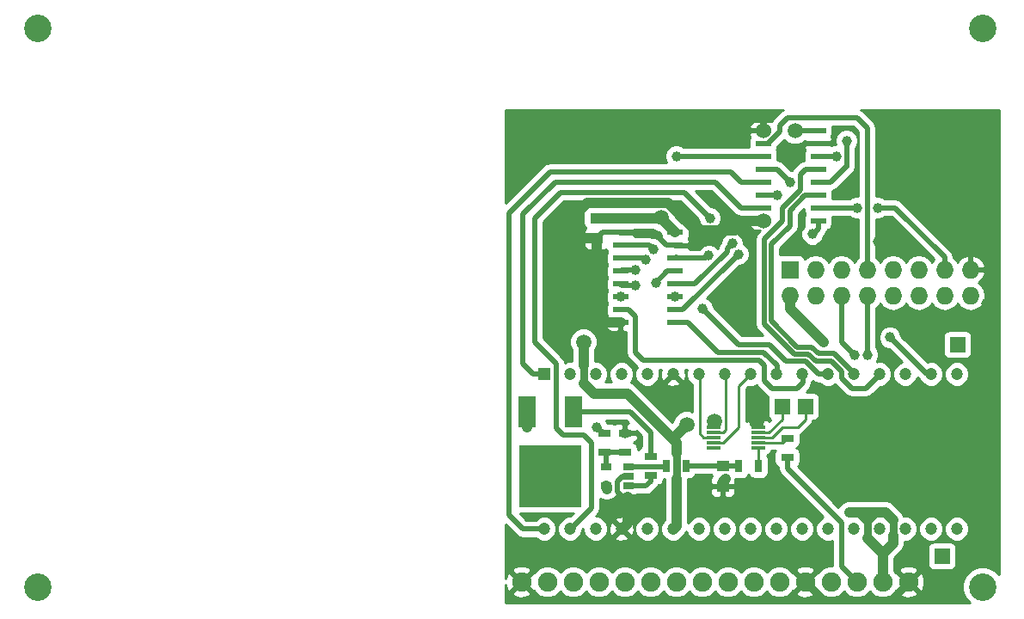
<source format=gtl>
G04 #@! TF.FileFunction,Copper,L1,Top,Signal*
%FSLAX46Y46*%
G04 Gerber Fmt 4.6, Leading zero omitted, Abs format (unit mm)*
G04 Created by KiCad (PCBNEW 4.0.2-4+6225~38~ubuntu14.04.1-stable) date Fri 18 Mar 2016 13:27:36 GMT*
%MOMM*%
G01*
G04 APERTURE LIST*
%ADD10C,0.100000*%
%ADD11R,1.524000X1.524000*%
%ADD12R,1.300000X0.700000*%
%ADD13R,1.400000X0.300000*%
%ADD14R,1.060000X0.650000*%
%ADD15R,1.727200X1.727200*%
%ADD16O,1.727200X1.727200*%
%ADD17R,1.250000X1.000000*%
%ADD18R,1.500000X0.600000*%
%ADD19C,1.900000*%
%ADD20C,2.700000*%
%ADD21R,1.651000X3.048000*%
%ADD22R,6.096000X6.096000*%
%ADD23R,0.700000X1.300000*%
%ADD24C,1.200000*%
%ADD25R,1.200000X1.200000*%
%ADD26C,1.000000*%
%ADD27C,1.024000*%
%ADD28C,1.500000*%
%ADD29C,1.024000*%
%ADD30C,0.762000*%
%ADD31C,0.508000*%
%ADD32C,0.254000*%
G04 APERTURE END LIST*
D10*
D11*
X127508000Y-134112000D03*
X125984000Y-154940000D03*
X112522000Y-140208000D03*
X110236000Y-140208000D03*
D12*
X110744000Y-145222000D03*
X110744000Y-143322000D03*
D13*
X103464000Y-142256000D03*
X103464000Y-142756000D03*
X103464000Y-143256000D03*
X103464000Y-143756000D03*
X103464000Y-144256000D03*
X107864000Y-144256000D03*
X107864000Y-143756000D03*
X107864000Y-143256000D03*
X107864000Y-142756000D03*
X107864000Y-142256000D03*
D14*
X95080000Y-148016000D03*
X95080000Y-147066000D03*
X95080000Y-146116000D03*
X92880000Y-146116000D03*
X92880000Y-148016000D03*
D15*
X110998000Y-126746000D03*
D16*
X110998000Y-129286000D03*
X113538000Y-126746000D03*
X113538000Y-129286000D03*
X116078000Y-126746000D03*
X116078000Y-129286000D03*
X118618000Y-126746000D03*
X118618000Y-129286000D03*
X121158000Y-126746000D03*
X121158000Y-129286000D03*
X123698000Y-126746000D03*
X123698000Y-129286000D03*
X126238000Y-126746000D03*
X126238000Y-129286000D03*
X128778000Y-126746000D03*
X128778000Y-129286000D03*
D17*
X91948000Y-121666000D03*
X91948000Y-123666000D03*
D18*
X108392000Y-113030000D03*
X108392000Y-114300000D03*
X108392000Y-115570000D03*
X108392000Y-116840000D03*
X108392000Y-118110000D03*
X108392000Y-119380000D03*
X108392000Y-120650000D03*
X108392000Y-121920000D03*
X113792000Y-121920000D03*
X113792000Y-120650000D03*
X113792000Y-119380000D03*
X113792000Y-118110000D03*
X113792000Y-116840000D03*
X113792000Y-115570000D03*
X113792000Y-114300000D03*
X113792000Y-113030000D03*
X94328000Y-123063000D03*
X94328000Y-124333000D03*
X94328000Y-125603000D03*
X94328000Y-126873000D03*
X94328000Y-128143000D03*
X94328000Y-129413000D03*
X94328000Y-130683000D03*
X94328000Y-131953000D03*
X99728000Y-131953000D03*
X99728000Y-130683000D03*
X99728000Y-129413000D03*
X99728000Y-128143000D03*
X99728000Y-126873000D03*
X99728000Y-125603000D03*
X99728000Y-124333000D03*
X99728000Y-123063000D03*
D19*
X122682000Y-157480000D03*
X120142000Y-157480000D03*
X117602000Y-157480000D03*
X115062000Y-157480000D03*
X112522000Y-157480000D03*
X109982000Y-157480000D03*
X107442000Y-157480000D03*
X104902000Y-157480000D03*
X102362000Y-157480000D03*
X99822000Y-157480000D03*
X97282000Y-157480000D03*
X94742000Y-157480000D03*
X92202000Y-157480000D03*
X89662000Y-157480000D03*
X87122000Y-157480000D03*
X84582000Y-157480000D03*
D20*
X36982000Y-102980000D03*
X129982000Y-102980000D03*
X129982000Y-157980000D03*
X36982000Y-157980000D03*
D17*
X104394000Y-146066000D03*
X104394000Y-148066000D03*
D21*
X89662000Y-140716000D03*
D22*
X87376000Y-147066000D03*
D21*
X85090000Y-140716000D03*
D23*
X105984000Y-146050000D03*
X107884000Y-146050000D03*
X98872000Y-146050000D03*
X100772000Y-146050000D03*
D12*
X94742000Y-144714000D03*
X94742000Y-142814000D03*
X92710000Y-142814000D03*
X92710000Y-144714000D03*
X97282000Y-145100000D03*
X97282000Y-147000000D03*
D24*
X86812000Y-152256000D03*
X89352000Y-152256000D03*
X91892000Y-152256000D03*
X94432000Y-152256000D03*
X96972000Y-152256000D03*
X99512000Y-152256000D03*
X102052000Y-152256000D03*
X104592000Y-152256000D03*
X107132000Y-152256000D03*
X109672000Y-152256000D03*
X112212000Y-152256000D03*
X114752000Y-152256000D03*
X117292000Y-152256000D03*
X119832000Y-152256000D03*
X122372000Y-152256000D03*
X124912000Y-152256000D03*
X127452000Y-152256000D03*
D25*
X86812000Y-137016000D03*
D24*
X89352000Y-137016000D03*
X91892000Y-137016000D03*
X94432000Y-137016000D03*
X96972000Y-137016000D03*
X99512000Y-137016000D03*
X102052000Y-137016000D03*
X104592000Y-137016000D03*
X107132000Y-137016000D03*
X109672000Y-137016000D03*
X112212000Y-137016000D03*
X114752000Y-137016000D03*
X117292000Y-137016000D03*
X119832000Y-137016000D03*
X122372000Y-137016000D03*
X124912000Y-137016000D03*
X127452000Y-137016000D03*
D26*
X89154000Y-148844000D03*
X88392000Y-148082000D03*
X88392000Y-146304000D03*
X85298002Y-148844000D03*
X86106000Y-148082000D03*
X86360000Y-146304000D03*
X89408000Y-145288000D03*
X85298002Y-145288000D03*
X92980000Y-148336000D03*
D27*
X114300000Y-133858000D03*
D26*
X104648000Y-147320000D03*
X128016000Y-139954000D03*
X94996000Y-149098000D03*
X94742000Y-142814000D03*
D28*
X92554000Y-131953000D03*
X111506000Y-115046000D03*
D26*
X130302000Y-130048000D03*
D28*
X86614000Y-115062000D03*
X107744000Y-141655998D03*
D26*
X119634000Y-123952000D03*
X116586000Y-123952000D03*
D28*
X113506174Y-142755372D03*
X108392000Y-113030000D03*
X108392000Y-121920000D03*
D26*
X116840000Y-150622000D03*
D28*
X98298000Y-121633000D03*
X90678000Y-133858000D03*
X103570990Y-141655998D03*
X100838000Y-141986000D03*
X111506000Y-113046000D03*
D26*
X97790000Y-128016000D03*
X103013452Y-125365452D03*
X113228817Y-123221873D03*
X103124000Y-121666000D03*
X99822000Y-115570000D03*
X99728000Y-129413000D03*
X102362000Y-130556000D03*
X96774000Y-125730000D03*
X95758000Y-128270000D03*
X120864413Y-133389587D03*
X94328000Y-129413000D03*
X105918000Y-125222000D03*
X105330087Y-124175883D03*
X110998000Y-118110000D03*
X95758000Y-126746000D03*
X109728000Y-119380000D03*
X97536000Y-124714000D03*
X117602000Y-120650000D03*
X119634000Y-120650000D03*
X115570000Y-115570000D03*
X116586000Y-114046000D03*
X117348000Y-135128000D03*
X118618000Y-135128000D03*
X91948000Y-142240000D03*
X85090000Y-142240000D03*
D29*
X89154000Y-148844000D02*
X87630000Y-147066000D01*
X88392000Y-148082000D02*
X87376000Y-147066000D01*
X88392000Y-146304000D02*
X87630000Y-147066000D01*
X87630000Y-147066000D02*
X87376000Y-147066000D01*
X86106000Y-148082000D02*
X87122000Y-147066000D01*
X87122000Y-147066000D02*
X87376000Y-147066000D01*
X86360000Y-146304000D02*
X87122000Y-147066000D01*
X87122000Y-147066000D02*
X87376000Y-147066000D01*
X87630000Y-147066000D02*
X87376000Y-147066000D01*
X87630000Y-147066000D02*
X87376000Y-147066000D01*
X85298002Y-145288000D02*
X87076002Y-147066000D01*
X87076002Y-147066000D02*
X87376000Y-147066000D01*
X87076002Y-147066000D02*
X87376000Y-147066000D01*
X92980000Y-148336000D02*
X92980000Y-148116000D01*
X92980000Y-148116000D02*
X92880000Y-148016000D01*
X89408000Y-148844000D02*
X87884000Y-147066000D01*
X87884000Y-147066000D02*
X87376000Y-147066000D01*
X110998000Y-129286000D02*
X110998000Y-130556000D01*
X110998000Y-130556000D02*
X114300000Y-133858000D01*
X113506174Y-142755372D02*
X116307546Y-139954000D01*
X116307546Y-139954000D02*
X128016000Y-139954000D01*
X94488000Y-152274000D02*
X94996000Y-151766000D01*
X94996000Y-151766000D02*
X94996000Y-149098000D01*
X104394000Y-148066000D02*
X104394000Y-147574000D01*
X104394000Y-147574000D02*
X104648000Y-147320000D01*
D30*
X122682000Y-157480000D02*
X120904000Y-159258000D01*
X120904000Y-159258000D02*
X114300000Y-159258000D01*
X114300000Y-159258000D02*
X112522000Y-157480000D01*
D31*
X95080000Y-147066000D02*
X94488000Y-147066000D01*
X94488000Y-147066000D02*
X93980000Y-147574000D01*
X93980000Y-147574000D02*
X93980000Y-148590000D01*
X93980000Y-148590000D02*
X94488000Y-149098000D01*
X94488000Y-149098000D02*
X94996000Y-149098000D01*
D29*
X90299000Y-123666000D02*
X91948000Y-123666000D01*
X94328000Y-131953000D02*
X92554000Y-131953000D01*
X92554000Y-131953000D02*
X91948000Y-131347000D01*
X91948000Y-131347000D02*
X91948000Y-125190000D01*
X91948000Y-125190000D02*
X91948000Y-123666000D01*
D31*
X92551000Y-123063000D02*
X91948000Y-123666000D01*
X111772000Y-115062000D02*
X111522000Y-115062000D01*
X111522000Y-115062000D02*
X111506000Y-115046000D01*
X113792000Y-114300000D02*
X112534000Y-114300000D01*
X112534000Y-114300000D02*
X111772000Y-115062000D01*
X130302000Y-137668000D02*
X128016000Y-139954000D01*
X130302000Y-130048000D02*
X130302000Y-137668000D01*
D29*
X89916000Y-123283000D02*
X90299000Y-123666000D01*
D32*
X107864000Y-141852000D02*
X107744000Y-141655998D01*
X107864000Y-142256000D02*
X107864000Y-141852000D01*
X107744000Y-141732000D02*
X107744000Y-141655998D01*
D29*
X89916000Y-121291398D02*
X89916000Y-123283000D01*
X91036399Y-120170999D02*
X89916000Y-121291398D01*
X98999761Y-120170999D02*
X91036399Y-120170999D01*
X101706763Y-122878001D02*
X98999761Y-120170999D01*
X108392000Y-121920000D02*
X106618000Y-121920000D01*
X106618000Y-121920000D02*
X105659999Y-122878001D01*
X105659999Y-122878001D02*
X101706763Y-122878001D01*
D31*
X99728000Y-124333000D02*
X98820922Y-124333000D01*
X98820922Y-124333000D02*
X97550922Y-123063000D01*
X97550922Y-123063000D02*
X95586000Y-123063000D01*
X94328000Y-123063000D02*
X92551000Y-123063000D01*
X95586000Y-123063000D02*
X94328000Y-123063000D01*
D29*
X117856000Y-150622000D02*
X119380000Y-150622000D01*
X118618000Y-151384000D02*
X117856000Y-150622000D01*
X117856000Y-150622000D02*
X116840000Y-150622000D01*
X121158000Y-151384000D02*
X120396000Y-150622000D01*
X120396000Y-150622000D02*
X119380000Y-150622000D01*
D30*
X121158000Y-151384000D02*
X121158000Y-152908000D01*
D29*
X121158000Y-153670000D02*
X121158000Y-152908000D01*
X121158000Y-153670000D02*
X120142000Y-154686000D01*
X118618000Y-153162000D02*
X120142000Y-154686000D01*
D30*
X118618000Y-151384000D02*
X118618000Y-153162000D01*
D29*
X119380000Y-150622000D02*
X118618000Y-151384000D01*
D30*
X99822000Y-144780000D02*
X99822000Y-147320000D01*
D29*
X99822000Y-152020000D02*
X99822000Y-147320000D01*
X99822000Y-143764000D02*
X99822000Y-144780000D01*
X99822000Y-143764000D02*
X99568000Y-143510000D01*
X99568000Y-152274000D02*
X99822000Y-152020000D01*
X91694000Y-138938000D02*
X94996000Y-138938000D01*
X91694000Y-138938000D02*
X90678000Y-137922000D01*
D30*
X90678000Y-137922000D02*
X90678000Y-136144000D01*
D29*
X94996000Y-138938000D02*
X99568000Y-143510000D01*
X99568000Y-143510000D02*
X99568000Y-143256000D01*
X99568000Y-143256000D02*
X100838000Y-141986000D01*
X120142000Y-157480000D02*
X120142000Y-154686000D01*
X98298000Y-121633000D02*
X98331000Y-121666000D01*
X90678000Y-133858000D02*
X90678000Y-136144000D01*
D32*
X103464000Y-141852000D02*
X103570990Y-141655998D01*
X103584000Y-141732000D02*
X103584000Y-141669008D01*
X103584000Y-141669008D02*
X103570990Y-141655998D01*
X103464000Y-142256000D02*
X103464000Y-141852000D01*
D31*
X113792000Y-113030000D02*
X111522000Y-113030000D01*
X111522000Y-113030000D02*
X111506000Y-113046000D01*
D29*
X98331000Y-121666000D02*
X99728000Y-123063000D01*
X91948000Y-121666000D02*
X98331000Y-121666000D01*
X94488000Y-157226000D02*
X94742000Y-157480000D01*
D31*
X97282000Y-145100000D02*
X97282000Y-142748000D01*
X95250000Y-140716000D02*
X89662000Y-140716000D01*
X97282000Y-142748000D02*
X95250000Y-140716000D01*
X99728000Y-126873000D02*
X98933000Y-126873000D01*
X98933000Y-126873000D02*
X97790000Y-128016000D01*
D32*
X107864000Y-143756000D02*
X110310000Y-143756000D01*
X110310000Y-143756000D02*
X110744000Y-143322000D01*
D31*
X102743000Y-125603000D02*
X102980548Y-125365452D01*
X102980548Y-125365452D02*
X103013452Y-125365452D01*
X99728000Y-125603000D02*
X102743000Y-125603000D01*
X99855000Y-125476000D02*
X99728000Y-125603000D01*
X106172000Y-118110000D02*
X108392000Y-118110000D01*
X86868000Y-152274000D02*
X84710000Y-152274000D01*
X83312000Y-150876000D02*
X83312000Y-121158000D01*
X84710000Y-152274000D02*
X83312000Y-150876000D01*
X105156000Y-117094000D02*
X87376000Y-117094000D01*
X87376000Y-117094000D02*
X83312000Y-121158000D01*
X106172000Y-118110000D02*
X105156000Y-117094000D01*
X113330000Y-123190000D02*
X113260690Y-123190000D01*
X113260690Y-123190000D02*
X113228817Y-123221873D01*
X113792000Y-121920000D02*
X113792000Y-122728000D01*
X113792000Y-122728000D02*
X113330000Y-123190000D01*
X89408000Y-152274000D02*
X91440000Y-150242000D01*
X88646000Y-143002000D02*
X88010000Y-142366000D01*
X90678000Y-143002000D02*
X88646000Y-143002000D01*
X91440000Y-143764000D02*
X90678000Y-143002000D01*
X91440000Y-150242000D02*
X91440000Y-143764000D01*
X100584000Y-119126000D02*
X88392000Y-119126000D01*
X88392000Y-119126000D02*
X85852000Y-121666000D01*
X103124000Y-121666000D02*
X100584000Y-119126000D01*
X88010000Y-136016000D02*
X85852000Y-133858000D01*
X85852000Y-133858000D02*
X85852000Y-121666000D01*
X88010000Y-142366000D02*
X88010000Y-136016000D01*
X84728020Y-121265980D02*
X84728020Y-136002020D01*
X86868000Y-137034000D02*
X85760000Y-137034000D01*
X85760000Y-137034000D02*
X84728020Y-136002020D01*
X103632000Y-118110000D02*
X87884000Y-118110000D01*
X87884000Y-118110000D02*
X84728020Y-121265980D01*
X106172000Y-120650000D02*
X103632000Y-118110000D01*
X108392000Y-120650000D02*
X106172000Y-120650000D01*
X108392000Y-115570000D02*
X99822000Y-115570000D01*
X109728000Y-137034000D02*
X109728000Y-136185472D01*
X109728000Y-136185472D02*
X108416528Y-134874000D01*
X108416528Y-134874000D02*
X103907000Y-134874000D01*
X103907000Y-134874000D02*
X100986000Y-131953000D01*
X100986000Y-131953000D02*
X99728000Y-131953000D01*
X109220000Y-138430000D02*
X111720528Y-138430000D01*
X111720528Y-138430000D02*
X112268000Y-137882528D01*
X112268000Y-137882528D02*
X112268000Y-137034000D01*
X94328000Y-130683000D02*
X95123000Y-130683000D01*
X95758000Y-134874000D02*
X96583501Y-135699501D01*
X95123000Y-130683000D02*
X95758000Y-131318000D01*
X96583501Y-135699501D02*
X108013501Y-135699501D01*
X108458000Y-136144000D02*
X108458000Y-137668000D01*
X95758000Y-131318000D02*
X95758000Y-134874000D01*
X108013501Y-135699501D02*
X108458000Y-136144000D01*
X108458000Y-137668000D02*
X109220000Y-138430000D01*
X110618000Y-135764000D02*
X112557922Y-135764000D01*
X112557922Y-135764000D02*
X113827922Y-137034000D01*
X113827922Y-137034000D02*
X114808000Y-137034000D01*
X102362000Y-130556000D02*
X105918000Y-134112000D01*
X108966000Y-134112000D02*
X110618000Y-135764000D01*
X105918000Y-134112000D02*
X108966000Y-134112000D01*
X113144455Y-134347980D02*
X113798475Y-135002000D01*
X115316000Y-135002000D02*
X117348000Y-137034000D01*
X113798475Y-135002000D02*
X115316000Y-135002000D01*
X111741980Y-134347980D02*
X113144455Y-134347980D01*
X113792000Y-119380000D02*
X112507277Y-119380000D01*
X112507277Y-119380000D02*
X110998000Y-120889277D01*
X110998000Y-120889277D02*
X110998000Y-122428000D01*
X110998000Y-122428000D02*
X109166010Y-124259990D01*
X109166010Y-124259990D02*
X109166010Y-131772010D01*
X109166010Y-131772010D02*
X111741980Y-134347980D01*
X117094000Y-138430000D02*
X116078000Y-137414000D01*
X116078000Y-137414000D02*
X116078000Y-136765276D01*
X116078000Y-136765276D02*
X115062000Y-135749276D01*
X119888000Y-137034000D02*
X118492000Y-138430000D01*
X118492000Y-138430000D02*
X117094000Y-138430000D01*
X113544474Y-135749276D02*
X112851188Y-135055990D01*
X115062000Y-135749276D02*
X113544474Y-135749276D01*
X112851188Y-135055990D02*
X111433990Y-135055990D01*
X111433990Y-135055990D02*
X108458000Y-132080000D01*
X108458000Y-132080000D02*
X108458000Y-123721202D01*
X112534000Y-116840000D02*
X113792000Y-116840000D01*
X110236000Y-121943202D02*
X110236000Y-120650000D01*
X108458000Y-123721202D02*
X110236000Y-121943202D01*
X110236000Y-120650000D02*
X112014000Y-118872000D01*
X112014000Y-118872000D02*
X112014000Y-117360000D01*
X112014000Y-117360000D02*
X112534000Y-116840000D01*
X96647000Y-125603000D02*
X96774000Y-125730000D01*
X94328000Y-125603000D02*
X96647000Y-125603000D01*
X95758000Y-128270000D02*
X94455000Y-128270000D01*
X94455000Y-128270000D02*
X94328000Y-128143000D01*
X120864413Y-133389587D02*
X124508826Y-137034000D01*
X124508826Y-137034000D02*
X124968000Y-137034000D01*
X99728000Y-130683000D02*
X100457000Y-130683000D01*
X100457000Y-130683000D02*
X105418001Y-125721999D01*
X105418001Y-125721999D02*
X105918000Y-125222000D01*
X99728000Y-128143000D02*
X101647826Y-128143000D01*
X101647826Y-128143000D02*
X104830088Y-124960738D01*
X104830088Y-124960738D02*
X104830088Y-124675882D01*
X104830088Y-124675882D02*
X105330087Y-124175883D01*
X110744000Y-111760000D02*
X117602000Y-111760000D01*
X118618000Y-112776000D02*
X117602000Y-111760000D01*
X118618000Y-126746000D02*
X118618000Y-112776000D01*
X109982000Y-112522000D02*
X110744000Y-111760000D01*
X109982000Y-113160000D02*
X109982000Y-112522000D01*
X108842000Y-114300000D02*
X109982000Y-113160000D01*
X108392000Y-114300000D02*
X108842000Y-114300000D01*
X110998000Y-118110000D02*
X109728000Y-116840000D01*
X109728000Y-116840000D02*
X108392000Y-116840000D01*
X95758000Y-126746000D02*
X94455000Y-126746000D01*
X94455000Y-126746000D02*
X94328000Y-126873000D01*
X108392000Y-119380000D02*
X109728000Y-119380000D01*
X94328000Y-124333000D02*
X97155000Y-124333000D01*
X97155000Y-124333000D02*
X97536000Y-124714000D01*
X113792000Y-120650000D02*
X117602000Y-120650000D01*
X117475000Y-120523000D02*
X117602000Y-120650000D01*
X121363314Y-120650000D02*
X119634000Y-120650000D01*
X126238000Y-125524686D02*
X121363314Y-120650000D01*
X126238000Y-126746000D02*
X126238000Y-125524686D01*
X115570000Y-115570000D02*
X113792000Y-115570000D01*
X113792000Y-118110000D02*
X115050000Y-118110000D01*
X115050000Y-118110000D02*
X116574000Y-116586000D01*
X116574000Y-116586000D02*
X116586000Y-116586000D01*
X116586000Y-114046000D02*
X116586000Y-116586000D01*
D32*
X103464000Y-143256000D02*
X102510000Y-143256000D01*
X102510000Y-143256000D02*
X102108000Y-142854000D01*
D31*
X116078000Y-129286000D02*
X116078000Y-133858000D01*
X116078000Y-133858000D02*
X117348000Y-135128000D01*
D32*
X102108000Y-142854000D02*
X102108000Y-136908000D01*
X103464000Y-142756000D02*
X104418000Y-142756000D01*
X104418000Y-142756000D02*
X104648000Y-142526000D01*
D31*
X118618000Y-135128000D02*
X118618000Y-129286000D01*
D32*
X104648000Y-142526000D02*
X104648000Y-136908000D01*
X105918000Y-138178000D02*
X107188000Y-136908000D01*
X103464000Y-143756000D02*
X104418000Y-143756000D01*
X105918000Y-142256000D02*
X105918000Y-138178000D01*
X104418000Y-143756000D02*
X105918000Y-142256000D01*
D31*
X104394000Y-146066000D02*
X104410000Y-146050000D01*
X104410000Y-146050000D02*
X105984000Y-146050000D01*
X100772000Y-146050000D02*
X100788000Y-146066000D01*
X100788000Y-146066000D02*
X104394000Y-146066000D01*
X92710000Y-142814000D02*
X92014000Y-142306000D01*
X92014000Y-142306000D02*
X91948000Y-142240000D01*
D29*
X85090000Y-142240000D02*
X85090000Y-140716000D01*
D31*
X110744000Y-145222000D02*
X110744000Y-146304000D01*
X116078000Y-155956000D02*
X117602000Y-157480000D01*
X116078000Y-151638000D02*
X116078000Y-155956000D01*
X110744000Y-146304000D02*
X116078000Y-151638000D01*
D32*
X107864000Y-143256000D02*
X109220000Y-143256000D01*
X112522000Y-141478000D02*
X112522000Y-140208000D01*
X111760000Y-142240000D02*
X112522000Y-141478000D01*
X110236000Y-142240000D02*
X111760000Y-142240000D01*
X109220000Y-143256000D02*
X110236000Y-142240000D01*
X107864000Y-142756000D02*
X108958000Y-142756000D01*
X110236000Y-141478000D02*
X110236000Y-140208000D01*
X108958000Y-142756000D02*
X110236000Y-141478000D01*
X107864000Y-144256000D02*
X107864000Y-146030000D01*
X107864000Y-146030000D02*
X107884000Y-146050000D01*
D31*
X98872000Y-146050000D02*
X98806000Y-146116000D01*
X98806000Y-146116000D02*
X95080000Y-146116000D01*
X94742000Y-144714000D02*
X92710000Y-144714000D01*
X92880000Y-146116000D02*
X92880000Y-144884000D01*
X92880000Y-144884000D02*
X92710000Y-144714000D01*
X95080000Y-148016000D02*
X96840000Y-148016000D01*
X97282000Y-147574000D02*
X97282000Y-147000000D01*
X96840000Y-148016000D02*
X97282000Y-147574000D01*
D32*
G36*
X131586000Y-156777136D02*
X131107880Y-156298181D01*
X130378573Y-155995346D01*
X129588891Y-155994657D01*
X128859057Y-156296218D01*
X128300181Y-156854120D01*
X127997346Y-157583427D01*
X127996657Y-158373109D01*
X128298218Y-159102943D01*
X128758471Y-159564000D01*
X83006000Y-159564000D01*
X83006000Y-158596350D01*
X83645255Y-158596350D01*
X83737792Y-158858019D01*
X84329398Y-159076188D01*
X84959461Y-159051352D01*
X85426208Y-158858019D01*
X85518745Y-158596350D01*
X84582000Y-157659605D01*
X83645255Y-158596350D01*
X83006000Y-158596350D01*
X83006000Y-157739546D01*
X83010648Y-157857461D01*
X83203981Y-158324208D01*
X83465650Y-158416745D01*
X84402395Y-157480000D01*
X84761605Y-157480000D01*
X85698350Y-158416745D01*
X85786439Y-158385593D01*
X86222997Y-158822914D01*
X86805341Y-159064724D01*
X87435893Y-159065275D01*
X88018657Y-158824481D01*
X88392261Y-158451529D01*
X88762997Y-158822914D01*
X89345341Y-159064724D01*
X89975893Y-159065275D01*
X90558657Y-158824481D01*
X90932261Y-158451529D01*
X91302997Y-158822914D01*
X91885341Y-159064724D01*
X92515893Y-159065275D01*
X93098657Y-158824481D01*
X93472261Y-158451529D01*
X93842997Y-158822914D01*
X94425341Y-159064724D01*
X95055893Y-159065275D01*
X95638657Y-158824481D01*
X96012261Y-158451529D01*
X96382997Y-158822914D01*
X96965341Y-159064724D01*
X97595893Y-159065275D01*
X98178657Y-158824481D01*
X98552261Y-158451529D01*
X98922997Y-158822914D01*
X99505341Y-159064724D01*
X100135893Y-159065275D01*
X100718657Y-158824481D01*
X101092261Y-158451529D01*
X101462997Y-158822914D01*
X102045341Y-159064724D01*
X102675893Y-159065275D01*
X103258657Y-158824481D01*
X103632261Y-158451529D01*
X104002997Y-158822914D01*
X104585341Y-159064724D01*
X105215893Y-159065275D01*
X105798657Y-158824481D01*
X106172261Y-158451529D01*
X106542997Y-158822914D01*
X107125341Y-159064724D01*
X107755893Y-159065275D01*
X108338657Y-158824481D01*
X108712261Y-158451529D01*
X109082997Y-158822914D01*
X109665341Y-159064724D01*
X110295893Y-159065275D01*
X110878657Y-158824481D01*
X111107186Y-158596350D01*
X111585255Y-158596350D01*
X111677792Y-158858019D01*
X112269398Y-159076188D01*
X112899461Y-159051352D01*
X113366208Y-158858019D01*
X113458745Y-158596350D01*
X112522000Y-157659605D01*
X111585255Y-158596350D01*
X111107186Y-158596350D01*
X111318116Y-158385789D01*
X111405650Y-158416745D01*
X112342395Y-157480000D01*
X111405650Y-156543255D01*
X111317561Y-156574407D01*
X111107172Y-156363650D01*
X111585255Y-156363650D01*
X112522000Y-157300395D01*
X113458745Y-156363650D01*
X113366208Y-156101981D01*
X112774602Y-155883812D01*
X112144539Y-155908648D01*
X111677792Y-156101981D01*
X111585255Y-156363650D01*
X111107172Y-156363650D01*
X110881003Y-156137086D01*
X110298659Y-155895276D01*
X109668107Y-155894725D01*
X109085343Y-156135519D01*
X108711739Y-156508471D01*
X108341003Y-156137086D01*
X107758659Y-155895276D01*
X107128107Y-155894725D01*
X106545343Y-156135519D01*
X106171739Y-156508471D01*
X105801003Y-156137086D01*
X105218659Y-155895276D01*
X104588107Y-155894725D01*
X104005343Y-156135519D01*
X103631739Y-156508471D01*
X103261003Y-156137086D01*
X102678659Y-155895276D01*
X102048107Y-155894725D01*
X101465343Y-156135519D01*
X101091739Y-156508471D01*
X100721003Y-156137086D01*
X100138659Y-155895276D01*
X99508107Y-155894725D01*
X98925343Y-156135519D01*
X98551739Y-156508471D01*
X98181003Y-156137086D01*
X97598659Y-155895276D01*
X96968107Y-155894725D01*
X96385343Y-156135519D01*
X96011739Y-156508471D01*
X95641003Y-156137086D01*
X95058659Y-155895276D01*
X94428107Y-155894725D01*
X93845343Y-156135519D01*
X93471739Y-156508471D01*
X93101003Y-156137086D01*
X92518659Y-155895276D01*
X91888107Y-155894725D01*
X91305343Y-156135519D01*
X90931739Y-156508471D01*
X90561003Y-156137086D01*
X89978659Y-155895276D01*
X89348107Y-155894725D01*
X88765343Y-156135519D01*
X88391739Y-156508471D01*
X88021003Y-156137086D01*
X87438659Y-155895276D01*
X86808107Y-155894725D01*
X86225343Y-156135519D01*
X85785884Y-156574211D01*
X85698350Y-156543255D01*
X84761605Y-157480000D01*
X84402395Y-157480000D01*
X83465650Y-156543255D01*
X83203981Y-156635792D01*
X83006000Y-157172654D01*
X83006000Y-156363650D01*
X83645255Y-156363650D01*
X84582000Y-157300395D01*
X85518745Y-156363650D01*
X85426208Y-156101981D01*
X84834602Y-155883812D01*
X84204539Y-155908648D01*
X83737792Y-156101981D01*
X83645255Y-156363650D01*
X83006000Y-156363650D01*
X83006000Y-151827236D01*
X84081382Y-152902618D01*
X84369795Y-153095330D01*
X84710000Y-153163000D01*
X85972387Y-153163000D01*
X86111515Y-153302371D01*
X86565266Y-153490785D01*
X87056579Y-153491214D01*
X87510657Y-153303592D01*
X87858371Y-152956485D01*
X88046785Y-152502734D01*
X88047214Y-152011421D01*
X87859592Y-151557343D01*
X87512485Y-151209629D01*
X87058734Y-151021215D01*
X86567421Y-151020786D01*
X86113343Y-151208408D01*
X85936442Y-151385000D01*
X85078236Y-151385000D01*
X84454676Y-150761440D01*
X89663324Y-150761440D01*
X89403719Y-151021045D01*
X89107421Y-151020786D01*
X88653343Y-151208408D01*
X88305629Y-151555515D01*
X88117215Y-152009266D01*
X88116786Y-152500579D01*
X88304408Y-152954657D01*
X88651515Y-153302371D01*
X89105266Y-153490785D01*
X89596579Y-153491214D01*
X90050657Y-153303592D01*
X90398371Y-152956485D01*
X90586785Y-152502734D01*
X90586916Y-152352320D01*
X90656977Y-152282259D01*
X90656786Y-152500579D01*
X90844408Y-152954657D01*
X91191515Y-153302371D01*
X91645266Y-153490785D01*
X92136579Y-153491214D01*
X92590657Y-153303592D01*
X92775837Y-153118735D01*
X93748870Y-153118735D01*
X93798383Y-153344164D01*
X94263036Y-153503807D01*
X94753413Y-153473482D01*
X95065617Y-153344164D01*
X95115130Y-153118735D01*
X94432000Y-152435605D01*
X93748870Y-153118735D01*
X92775837Y-153118735D01*
X92938371Y-152956485D01*
X93126785Y-152502734D01*
X93127147Y-152087036D01*
X93184193Y-152087036D01*
X93214518Y-152577413D01*
X93343836Y-152889617D01*
X93569265Y-152939130D01*
X94252395Y-152256000D01*
X94611605Y-152256000D01*
X95294735Y-152939130D01*
X95520164Y-152889617D01*
X95653827Y-152500579D01*
X95736786Y-152500579D01*
X95924408Y-152954657D01*
X96271515Y-153302371D01*
X96725266Y-153490785D01*
X97216579Y-153491214D01*
X97670657Y-153303592D01*
X98018371Y-152956485D01*
X98206785Y-152502734D01*
X98207214Y-152011421D01*
X98019592Y-151557343D01*
X97672485Y-151209629D01*
X97218734Y-151021215D01*
X96727421Y-151020786D01*
X96273343Y-151208408D01*
X95925629Y-151555515D01*
X95737215Y-152009266D01*
X95736786Y-152500579D01*
X95653827Y-152500579D01*
X95679807Y-152424964D01*
X95649482Y-151934587D01*
X95520164Y-151622383D01*
X95294735Y-151572870D01*
X94611605Y-152256000D01*
X94252395Y-152256000D01*
X93569265Y-151572870D01*
X93343836Y-151622383D01*
X93184193Y-152087036D01*
X93127147Y-152087036D01*
X93127214Y-152011421D01*
X92939592Y-151557343D01*
X92775801Y-151393265D01*
X93748870Y-151393265D01*
X94432000Y-152076395D01*
X95115130Y-151393265D01*
X95065617Y-151167836D01*
X94600964Y-151008193D01*
X94110587Y-151038518D01*
X93798383Y-151167836D01*
X93748870Y-151393265D01*
X92775801Y-151393265D01*
X92592485Y-151209629D01*
X92138734Y-151021215D01*
X91918214Y-151021022D01*
X92068618Y-150870618D01*
X92104664Y-150816671D01*
X92261329Y-150582206D01*
X92329000Y-150242000D01*
X92329000Y-149290397D01*
X92336235Y-149297645D01*
X92489695Y-149361367D01*
X92541062Y-149395690D01*
X92601124Y-149407637D01*
X92753244Y-149470803D01*
X92919410Y-149470948D01*
X92980000Y-149483000D01*
X93040060Y-149471053D01*
X93204775Y-149471197D01*
X93358346Y-149407742D01*
X93418938Y-149395690D01*
X93469857Y-149361667D01*
X93622086Y-149298767D01*
X93739686Y-149181372D01*
X93791051Y-149147051D01*
X93825073Y-149096134D01*
X93941645Y-148979765D01*
X94005367Y-148826305D01*
X94039690Y-148774938D01*
X94047944Y-148733441D01*
X94085910Y-148792441D01*
X94298110Y-148937431D01*
X94550000Y-148988440D01*
X95610000Y-148988440D01*
X95845317Y-148944162D01*
X95906176Y-148905000D01*
X96840000Y-148905000D01*
X97180206Y-148837329D01*
X97468618Y-148644618D01*
X97910618Y-148202618D01*
X98064354Y-147972536D01*
X98167317Y-147953162D01*
X98383441Y-147814090D01*
X98528431Y-147601890D01*
X98579440Y-147350000D01*
X98579440Y-147347440D01*
X98675000Y-147347440D01*
X98675000Y-151346509D01*
X98465629Y-151555515D01*
X98277215Y-152009266D01*
X98276786Y-152500579D01*
X98464408Y-152954657D01*
X98811515Y-153302371D01*
X99265266Y-153490785D01*
X99756579Y-153491214D01*
X100210657Y-153303592D01*
X100558371Y-152956485D01*
X100594410Y-152869692D01*
X100633051Y-152831052D01*
X100830954Y-152534869D01*
X101004408Y-152954657D01*
X101351515Y-153302371D01*
X101805266Y-153490785D01*
X102296579Y-153491214D01*
X102750657Y-153303592D01*
X103098371Y-152956485D01*
X103286785Y-152502734D01*
X103286786Y-152500579D01*
X103356786Y-152500579D01*
X103544408Y-152954657D01*
X103891515Y-153302371D01*
X104345266Y-153490785D01*
X104836579Y-153491214D01*
X105290657Y-153303592D01*
X105638371Y-152956485D01*
X105826785Y-152502734D01*
X105826786Y-152500579D01*
X105896786Y-152500579D01*
X106084408Y-152954657D01*
X106431515Y-153302371D01*
X106885266Y-153490785D01*
X107376579Y-153491214D01*
X107830657Y-153303592D01*
X108178371Y-152956485D01*
X108366785Y-152502734D01*
X108366786Y-152500579D01*
X108436786Y-152500579D01*
X108624408Y-152954657D01*
X108971515Y-153302371D01*
X109425266Y-153490785D01*
X109916579Y-153491214D01*
X110370657Y-153303592D01*
X110718371Y-152956485D01*
X110906785Y-152502734D01*
X110906786Y-152500579D01*
X110976786Y-152500579D01*
X111164408Y-152954657D01*
X111511515Y-153302371D01*
X111965266Y-153490785D01*
X112456579Y-153491214D01*
X112910657Y-153303592D01*
X113258371Y-152956485D01*
X113446785Y-152502734D01*
X113447214Y-152011421D01*
X113259592Y-151557343D01*
X112912485Y-151209629D01*
X112458734Y-151021215D01*
X111967421Y-151020786D01*
X111513343Y-151208408D01*
X111165629Y-151555515D01*
X110977215Y-152009266D01*
X110976786Y-152500579D01*
X110906786Y-152500579D01*
X110907214Y-152011421D01*
X110719592Y-151557343D01*
X110372485Y-151209629D01*
X109918734Y-151021215D01*
X109427421Y-151020786D01*
X108973343Y-151208408D01*
X108625629Y-151555515D01*
X108437215Y-152009266D01*
X108436786Y-152500579D01*
X108366786Y-152500579D01*
X108367214Y-152011421D01*
X108179592Y-151557343D01*
X107832485Y-151209629D01*
X107378734Y-151021215D01*
X106887421Y-151020786D01*
X106433343Y-151208408D01*
X106085629Y-151555515D01*
X105897215Y-152009266D01*
X105896786Y-152500579D01*
X105826786Y-152500579D01*
X105827214Y-152011421D01*
X105639592Y-151557343D01*
X105292485Y-151209629D01*
X104838734Y-151021215D01*
X104347421Y-151020786D01*
X103893343Y-151208408D01*
X103545629Y-151555515D01*
X103357215Y-152009266D01*
X103356786Y-152500579D01*
X103286786Y-152500579D01*
X103287214Y-152011421D01*
X103099592Y-151557343D01*
X102752485Y-151209629D01*
X102298734Y-151021215D01*
X101807421Y-151020786D01*
X101353343Y-151208408D01*
X101005629Y-151555515D01*
X100969000Y-151643727D01*
X100969000Y-148351750D01*
X103134000Y-148351750D01*
X103134000Y-148692309D01*
X103230673Y-148925698D01*
X103409301Y-149104327D01*
X103642690Y-149201000D01*
X104108250Y-149201000D01*
X104267000Y-149042250D01*
X104267000Y-148193000D01*
X104521000Y-148193000D01*
X104521000Y-149042250D01*
X104679750Y-149201000D01*
X105145310Y-149201000D01*
X105378699Y-149104327D01*
X105557327Y-148925698D01*
X105654000Y-148692309D01*
X105654000Y-148351750D01*
X105495250Y-148193000D01*
X104521000Y-148193000D01*
X104267000Y-148193000D01*
X103292750Y-148193000D01*
X103134000Y-148351750D01*
X100969000Y-148351750D01*
X100969000Y-147347440D01*
X101122000Y-147347440D01*
X101357317Y-147303162D01*
X101573441Y-147164090D01*
X101716306Y-146955000D01*
X103264730Y-146955000D01*
X103304910Y-147017441D01*
X103373006Y-147063969D01*
X103230673Y-147206302D01*
X103134000Y-147439691D01*
X103134000Y-147780250D01*
X103292750Y-147939000D01*
X104267000Y-147939000D01*
X104267000Y-147919000D01*
X104521000Y-147919000D01*
X104521000Y-147939000D01*
X105495250Y-147939000D01*
X105654000Y-147780250D01*
X105654000Y-147439691D01*
X105614121Y-147343414D01*
X105634000Y-147347440D01*
X106334000Y-147347440D01*
X106569317Y-147303162D01*
X106785441Y-147164090D01*
X106930431Y-146951890D01*
X106933081Y-146938803D01*
X107069910Y-147151441D01*
X107282110Y-147296431D01*
X107534000Y-147347440D01*
X108234000Y-147347440D01*
X108469317Y-147303162D01*
X108685441Y-147164090D01*
X108830431Y-146951890D01*
X108881440Y-146700000D01*
X108881440Y-145400000D01*
X108837162Y-145164683D01*
X108743808Y-145019607D01*
X108799317Y-145009162D01*
X109015441Y-144870090D01*
X109160431Y-144657890D01*
X109188759Y-144518000D01*
X109567338Y-144518000D01*
X109497569Y-144620110D01*
X109446560Y-144872000D01*
X109446560Y-145572000D01*
X109490838Y-145807317D01*
X109629910Y-146023441D01*
X109842110Y-146168431D01*
X109855000Y-146171041D01*
X109855000Y-146304000D01*
X109922671Y-146644206D01*
X110074430Y-146871329D01*
X110115382Y-146932618D01*
X114292397Y-151109633D01*
X114053343Y-151208408D01*
X113705629Y-151555515D01*
X113517215Y-152009266D01*
X113516786Y-152500579D01*
X113704408Y-152954657D01*
X114051515Y-153302371D01*
X114505266Y-153490785D01*
X114996579Y-153491214D01*
X115189000Y-153411707D01*
X115189000Y-155895110D01*
X114748107Y-155894725D01*
X114165343Y-156135519D01*
X113725884Y-156574211D01*
X113638350Y-156543255D01*
X112701605Y-157480000D01*
X113638350Y-158416745D01*
X113726439Y-158385593D01*
X114162997Y-158822914D01*
X114745341Y-159064724D01*
X115375893Y-159065275D01*
X115958657Y-158824481D01*
X116332261Y-158451529D01*
X116702997Y-158822914D01*
X117285341Y-159064724D01*
X117915893Y-159065275D01*
X118498657Y-158824481D01*
X118872261Y-158451529D01*
X119242997Y-158822914D01*
X119825341Y-159064724D01*
X120455893Y-159065275D01*
X121038657Y-158824481D01*
X121267186Y-158596350D01*
X121745255Y-158596350D01*
X121837792Y-158858019D01*
X122429398Y-159076188D01*
X123059461Y-159051352D01*
X123526208Y-158858019D01*
X123618745Y-158596350D01*
X122682000Y-157659605D01*
X121745255Y-158596350D01*
X121267186Y-158596350D01*
X121478116Y-158385789D01*
X121565650Y-158416745D01*
X122502395Y-157480000D01*
X122861605Y-157480000D01*
X123798350Y-158416745D01*
X124060019Y-158324208D01*
X124278188Y-157732602D01*
X124253352Y-157102539D01*
X124060019Y-156635792D01*
X123798350Y-156543255D01*
X122861605Y-157480000D01*
X122502395Y-157480000D01*
X121565650Y-156543255D01*
X121477561Y-156574407D01*
X121289000Y-156385517D01*
X121289000Y-156363650D01*
X121745255Y-156363650D01*
X122682000Y-157300395D01*
X123618745Y-156363650D01*
X123526208Y-156101981D01*
X122934602Y-155883812D01*
X122304539Y-155908648D01*
X121837792Y-156101981D01*
X121745255Y-156363650D01*
X121289000Y-156363650D01*
X121289000Y-155161102D01*
X121969051Y-154481051D01*
X122171544Y-154178000D01*
X124574560Y-154178000D01*
X124574560Y-155702000D01*
X124618838Y-155937317D01*
X124757910Y-156153441D01*
X124970110Y-156298431D01*
X125222000Y-156349440D01*
X126746000Y-156349440D01*
X126981317Y-156305162D01*
X127197441Y-156166090D01*
X127342431Y-155953890D01*
X127393440Y-155702000D01*
X127393440Y-154178000D01*
X127349162Y-153942683D01*
X127210090Y-153726559D01*
X126997890Y-153581569D01*
X126746000Y-153530560D01*
X125222000Y-153530560D01*
X124986683Y-153574838D01*
X124770559Y-153713910D01*
X124625569Y-153926110D01*
X124574560Y-154178000D01*
X122171544Y-154178000D01*
X122217690Y-154108938D01*
X122219336Y-154100662D01*
X122305000Y-153670000D01*
X122305000Y-153490942D01*
X122616579Y-153491214D01*
X123070657Y-153303592D01*
X123418371Y-152956485D01*
X123606785Y-152502734D01*
X123606786Y-152500579D01*
X123676786Y-152500579D01*
X123864408Y-152954657D01*
X124211515Y-153302371D01*
X124665266Y-153490785D01*
X125156579Y-153491214D01*
X125610657Y-153303592D01*
X125958371Y-152956485D01*
X126146785Y-152502734D01*
X126146786Y-152500579D01*
X126216786Y-152500579D01*
X126404408Y-152954657D01*
X126751515Y-153302371D01*
X127205266Y-153490785D01*
X127696579Y-153491214D01*
X128150657Y-153303592D01*
X128498371Y-152956485D01*
X128686785Y-152502734D01*
X128687214Y-152011421D01*
X128499592Y-151557343D01*
X128152485Y-151209629D01*
X127698734Y-151021215D01*
X127207421Y-151020786D01*
X126753343Y-151208408D01*
X126405629Y-151555515D01*
X126217215Y-152009266D01*
X126216786Y-152500579D01*
X126146786Y-152500579D01*
X126147214Y-152011421D01*
X125959592Y-151557343D01*
X125612485Y-151209629D01*
X125158734Y-151021215D01*
X124667421Y-151020786D01*
X124213343Y-151208408D01*
X123865629Y-151555515D01*
X123677215Y-152009266D01*
X123676786Y-152500579D01*
X123606786Y-152500579D01*
X123607214Y-152011421D01*
X123419592Y-151557343D01*
X123072485Y-151209629D01*
X122618734Y-151021215D01*
X122232771Y-151020878D01*
X122217690Y-150945062D01*
X121969052Y-150572949D01*
X121207051Y-149810949D01*
X120834938Y-149562310D01*
X120396000Y-149475000D01*
X116840000Y-149475000D01*
X116779940Y-149486947D01*
X116615225Y-149486803D01*
X116461654Y-149550258D01*
X116401062Y-149562310D01*
X116350143Y-149596333D01*
X116197914Y-149659233D01*
X116080314Y-149776628D01*
X116028949Y-149810949D01*
X115994927Y-149861866D01*
X115878355Y-149978235D01*
X115818828Y-150121592D01*
X111777223Y-146079987D01*
X111845441Y-146036090D01*
X111990431Y-145823890D01*
X112041440Y-145572000D01*
X112041440Y-144872000D01*
X111997162Y-144636683D01*
X111858090Y-144420559D01*
X111645890Y-144275569D01*
X111632803Y-144272919D01*
X111845441Y-144136090D01*
X111990431Y-143923890D01*
X112041440Y-143672000D01*
X112041440Y-142972000D01*
X112036728Y-142946955D01*
X112051605Y-142943996D01*
X112298815Y-142778815D01*
X113060816Y-142016815D01*
X113190984Y-141822004D01*
X113225996Y-141769605D01*
X113256264Y-141617440D01*
X113284000Y-141617440D01*
X113519317Y-141573162D01*
X113735441Y-141434090D01*
X113880431Y-141221890D01*
X113931440Y-140970000D01*
X113931440Y-139446000D01*
X113887162Y-139210683D01*
X113748090Y-138994559D01*
X113535890Y-138849569D01*
X113284000Y-138798560D01*
X112609204Y-138798560D01*
X112896618Y-138511146D01*
X113089329Y-138222734D01*
X113157000Y-137882528D01*
X113157000Y-137817679D01*
X113258371Y-137716485D01*
X113263052Y-137705213D01*
X113487716Y-137855329D01*
X113827922Y-137923000D01*
X113912387Y-137923000D01*
X114051515Y-138062371D01*
X114505266Y-138250785D01*
X114996579Y-138251214D01*
X115450657Y-138063592D01*
X115460515Y-138053751D01*
X116465382Y-139058618D01*
X116753794Y-139251329D01*
X117094000Y-139319000D01*
X118492000Y-139319000D01*
X118832206Y-139251329D01*
X119120618Y-139058618D01*
X119928152Y-138251084D01*
X120076579Y-138251214D01*
X120530657Y-138063592D01*
X120878371Y-137716485D01*
X121066785Y-137262734D01*
X121067214Y-136771421D01*
X120879592Y-136317343D01*
X120532485Y-135969629D01*
X120078734Y-135781215D01*
X119587421Y-135780786D01*
X119558734Y-135792639D01*
X119579645Y-135771765D01*
X119752803Y-135354756D01*
X119753197Y-134903225D01*
X119580767Y-134485914D01*
X119507000Y-134412018D01*
X119507000Y-133614362D01*
X119729216Y-133614362D01*
X119901646Y-134031673D01*
X120220648Y-134351232D01*
X120637657Y-134524390D01*
X120742071Y-134524481D01*
X122036107Y-135818517D01*
X121673343Y-135968408D01*
X121325629Y-136315515D01*
X121137215Y-136769266D01*
X121136786Y-137260579D01*
X121324408Y-137714657D01*
X121671515Y-138062371D01*
X122125266Y-138250785D01*
X122616579Y-138251214D01*
X123070657Y-138063592D01*
X123418371Y-137716485D01*
X123569681Y-137352091D01*
X123816640Y-137599050D01*
X123864408Y-137714657D01*
X124211515Y-138062371D01*
X124665266Y-138250785D01*
X125156579Y-138251214D01*
X125610657Y-138063592D01*
X125958371Y-137716485D01*
X126146785Y-137262734D01*
X126146786Y-137260579D01*
X126216786Y-137260579D01*
X126404408Y-137714657D01*
X126751515Y-138062371D01*
X127205266Y-138250785D01*
X127696579Y-138251214D01*
X128150657Y-138063592D01*
X128498371Y-137716485D01*
X128686785Y-137262734D01*
X128687214Y-136771421D01*
X128499592Y-136317343D01*
X128152485Y-135969629D01*
X127698734Y-135781215D01*
X127207421Y-135780786D01*
X126753343Y-135968408D01*
X126405629Y-136315515D01*
X126217215Y-136769266D01*
X126216786Y-137260579D01*
X126146786Y-137260579D01*
X126147214Y-136771421D01*
X125959592Y-136317343D01*
X125612485Y-135969629D01*
X125158734Y-135781215D01*
X124667421Y-135780786D01*
X124558042Y-135825980D01*
X122082062Y-133350000D01*
X126098560Y-133350000D01*
X126098560Y-134874000D01*
X126142838Y-135109317D01*
X126281910Y-135325441D01*
X126494110Y-135470431D01*
X126746000Y-135521440D01*
X128270000Y-135521440D01*
X128505317Y-135477162D01*
X128721441Y-135338090D01*
X128866431Y-135125890D01*
X128917440Y-134874000D01*
X128917440Y-133350000D01*
X128873162Y-133114683D01*
X128734090Y-132898559D01*
X128521890Y-132753569D01*
X128270000Y-132702560D01*
X126746000Y-132702560D01*
X126510683Y-132746838D01*
X126294559Y-132885910D01*
X126149569Y-133098110D01*
X126098560Y-133350000D01*
X122082062Y-133350000D01*
X121999520Y-133267458D01*
X121999610Y-133164812D01*
X121827180Y-132747501D01*
X121508178Y-132427942D01*
X121091169Y-132254784D01*
X120639638Y-132254390D01*
X120222327Y-132426820D01*
X119902768Y-132745822D01*
X119729610Y-133162831D01*
X119729216Y-133614362D01*
X119507000Y-133614362D01*
X119507000Y-130489067D01*
X119677670Y-130375029D01*
X119888000Y-130060248D01*
X120098330Y-130375029D01*
X120584511Y-130699885D01*
X121158000Y-130813959D01*
X121731489Y-130699885D01*
X122217670Y-130375029D01*
X122428000Y-130060248D01*
X122638330Y-130375029D01*
X123124511Y-130699885D01*
X123698000Y-130813959D01*
X124271489Y-130699885D01*
X124757670Y-130375029D01*
X124968000Y-130060248D01*
X125178330Y-130375029D01*
X125664511Y-130699885D01*
X126238000Y-130813959D01*
X126811489Y-130699885D01*
X127297670Y-130375029D01*
X127508000Y-130060248D01*
X127718330Y-130375029D01*
X128204511Y-130699885D01*
X128778000Y-130813959D01*
X129351489Y-130699885D01*
X129837670Y-130375029D01*
X130162526Y-129888848D01*
X130276600Y-129315359D01*
X130276600Y-129256641D01*
X130162526Y-128683152D01*
X129837670Y-128196971D01*
X129566839Y-128016008D01*
X129984821Y-127634490D01*
X130232968Y-127105027D01*
X130112469Y-126873000D01*
X128905000Y-126873000D01*
X128905000Y-126893000D01*
X128651000Y-126893000D01*
X128651000Y-126873000D01*
X128631000Y-126873000D01*
X128631000Y-126619000D01*
X128651000Y-126619000D01*
X128651000Y-125412183D01*
X128905000Y-125412183D01*
X128905000Y-126619000D01*
X130112469Y-126619000D01*
X130232968Y-126386973D01*
X129984821Y-125857510D01*
X129552947Y-125463312D01*
X129137026Y-125291042D01*
X128905000Y-125412183D01*
X128651000Y-125412183D01*
X128418974Y-125291042D01*
X128003053Y-125463312D01*
X127571179Y-125857510D01*
X127513664Y-125980228D01*
X127297670Y-125656971D01*
X127127000Y-125542933D01*
X127127000Y-125524686D01*
X127059329Y-125184480D01*
X126866618Y-124896068D01*
X121991932Y-120021382D01*
X121881104Y-119947329D01*
X121703520Y-119828671D01*
X121363314Y-119761000D01*
X120350283Y-119761000D01*
X120277765Y-119688355D01*
X119860756Y-119515197D01*
X119507000Y-119514888D01*
X119507000Y-112776000D01*
X119439329Y-112435794D01*
X119246618Y-112147382D01*
X118230618Y-111131382D01*
X118010046Y-110984000D01*
X131586000Y-110984000D01*
X131586000Y-156777136D01*
X131586000Y-156777136D01*
G37*
X131586000Y-156777136D02*
X131107880Y-156298181D01*
X130378573Y-155995346D01*
X129588891Y-155994657D01*
X128859057Y-156296218D01*
X128300181Y-156854120D01*
X127997346Y-157583427D01*
X127996657Y-158373109D01*
X128298218Y-159102943D01*
X128758471Y-159564000D01*
X83006000Y-159564000D01*
X83006000Y-158596350D01*
X83645255Y-158596350D01*
X83737792Y-158858019D01*
X84329398Y-159076188D01*
X84959461Y-159051352D01*
X85426208Y-158858019D01*
X85518745Y-158596350D01*
X84582000Y-157659605D01*
X83645255Y-158596350D01*
X83006000Y-158596350D01*
X83006000Y-157739546D01*
X83010648Y-157857461D01*
X83203981Y-158324208D01*
X83465650Y-158416745D01*
X84402395Y-157480000D01*
X84761605Y-157480000D01*
X85698350Y-158416745D01*
X85786439Y-158385593D01*
X86222997Y-158822914D01*
X86805341Y-159064724D01*
X87435893Y-159065275D01*
X88018657Y-158824481D01*
X88392261Y-158451529D01*
X88762997Y-158822914D01*
X89345341Y-159064724D01*
X89975893Y-159065275D01*
X90558657Y-158824481D01*
X90932261Y-158451529D01*
X91302997Y-158822914D01*
X91885341Y-159064724D01*
X92515893Y-159065275D01*
X93098657Y-158824481D01*
X93472261Y-158451529D01*
X93842997Y-158822914D01*
X94425341Y-159064724D01*
X95055893Y-159065275D01*
X95638657Y-158824481D01*
X96012261Y-158451529D01*
X96382997Y-158822914D01*
X96965341Y-159064724D01*
X97595893Y-159065275D01*
X98178657Y-158824481D01*
X98552261Y-158451529D01*
X98922997Y-158822914D01*
X99505341Y-159064724D01*
X100135893Y-159065275D01*
X100718657Y-158824481D01*
X101092261Y-158451529D01*
X101462997Y-158822914D01*
X102045341Y-159064724D01*
X102675893Y-159065275D01*
X103258657Y-158824481D01*
X103632261Y-158451529D01*
X104002997Y-158822914D01*
X104585341Y-159064724D01*
X105215893Y-159065275D01*
X105798657Y-158824481D01*
X106172261Y-158451529D01*
X106542997Y-158822914D01*
X107125341Y-159064724D01*
X107755893Y-159065275D01*
X108338657Y-158824481D01*
X108712261Y-158451529D01*
X109082997Y-158822914D01*
X109665341Y-159064724D01*
X110295893Y-159065275D01*
X110878657Y-158824481D01*
X111107186Y-158596350D01*
X111585255Y-158596350D01*
X111677792Y-158858019D01*
X112269398Y-159076188D01*
X112899461Y-159051352D01*
X113366208Y-158858019D01*
X113458745Y-158596350D01*
X112522000Y-157659605D01*
X111585255Y-158596350D01*
X111107186Y-158596350D01*
X111318116Y-158385789D01*
X111405650Y-158416745D01*
X112342395Y-157480000D01*
X111405650Y-156543255D01*
X111317561Y-156574407D01*
X111107172Y-156363650D01*
X111585255Y-156363650D01*
X112522000Y-157300395D01*
X113458745Y-156363650D01*
X113366208Y-156101981D01*
X112774602Y-155883812D01*
X112144539Y-155908648D01*
X111677792Y-156101981D01*
X111585255Y-156363650D01*
X111107172Y-156363650D01*
X110881003Y-156137086D01*
X110298659Y-155895276D01*
X109668107Y-155894725D01*
X109085343Y-156135519D01*
X108711739Y-156508471D01*
X108341003Y-156137086D01*
X107758659Y-155895276D01*
X107128107Y-155894725D01*
X106545343Y-156135519D01*
X106171739Y-156508471D01*
X105801003Y-156137086D01*
X105218659Y-155895276D01*
X104588107Y-155894725D01*
X104005343Y-156135519D01*
X103631739Y-156508471D01*
X103261003Y-156137086D01*
X102678659Y-155895276D01*
X102048107Y-155894725D01*
X101465343Y-156135519D01*
X101091739Y-156508471D01*
X100721003Y-156137086D01*
X100138659Y-155895276D01*
X99508107Y-155894725D01*
X98925343Y-156135519D01*
X98551739Y-156508471D01*
X98181003Y-156137086D01*
X97598659Y-155895276D01*
X96968107Y-155894725D01*
X96385343Y-156135519D01*
X96011739Y-156508471D01*
X95641003Y-156137086D01*
X95058659Y-155895276D01*
X94428107Y-155894725D01*
X93845343Y-156135519D01*
X93471739Y-156508471D01*
X93101003Y-156137086D01*
X92518659Y-155895276D01*
X91888107Y-155894725D01*
X91305343Y-156135519D01*
X90931739Y-156508471D01*
X90561003Y-156137086D01*
X89978659Y-155895276D01*
X89348107Y-155894725D01*
X88765343Y-156135519D01*
X88391739Y-156508471D01*
X88021003Y-156137086D01*
X87438659Y-155895276D01*
X86808107Y-155894725D01*
X86225343Y-156135519D01*
X85785884Y-156574211D01*
X85698350Y-156543255D01*
X84761605Y-157480000D01*
X84402395Y-157480000D01*
X83465650Y-156543255D01*
X83203981Y-156635792D01*
X83006000Y-157172654D01*
X83006000Y-156363650D01*
X83645255Y-156363650D01*
X84582000Y-157300395D01*
X85518745Y-156363650D01*
X85426208Y-156101981D01*
X84834602Y-155883812D01*
X84204539Y-155908648D01*
X83737792Y-156101981D01*
X83645255Y-156363650D01*
X83006000Y-156363650D01*
X83006000Y-151827236D01*
X84081382Y-152902618D01*
X84369795Y-153095330D01*
X84710000Y-153163000D01*
X85972387Y-153163000D01*
X86111515Y-153302371D01*
X86565266Y-153490785D01*
X87056579Y-153491214D01*
X87510657Y-153303592D01*
X87858371Y-152956485D01*
X88046785Y-152502734D01*
X88047214Y-152011421D01*
X87859592Y-151557343D01*
X87512485Y-151209629D01*
X87058734Y-151021215D01*
X86567421Y-151020786D01*
X86113343Y-151208408D01*
X85936442Y-151385000D01*
X85078236Y-151385000D01*
X84454676Y-150761440D01*
X89663324Y-150761440D01*
X89403719Y-151021045D01*
X89107421Y-151020786D01*
X88653343Y-151208408D01*
X88305629Y-151555515D01*
X88117215Y-152009266D01*
X88116786Y-152500579D01*
X88304408Y-152954657D01*
X88651515Y-153302371D01*
X89105266Y-153490785D01*
X89596579Y-153491214D01*
X90050657Y-153303592D01*
X90398371Y-152956485D01*
X90586785Y-152502734D01*
X90586916Y-152352320D01*
X90656977Y-152282259D01*
X90656786Y-152500579D01*
X90844408Y-152954657D01*
X91191515Y-153302371D01*
X91645266Y-153490785D01*
X92136579Y-153491214D01*
X92590657Y-153303592D01*
X92775837Y-153118735D01*
X93748870Y-153118735D01*
X93798383Y-153344164D01*
X94263036Y-153503807D01*
X94753413Y-153473482D01*
X95065617Y-153344164D01*
X95115130Y-153118735D01*
X94432000Y-152435605D01*
X93748870Y-153118735D01*
X92775837Y-153118735D01*
X92938371Y-152956485D01*
X93126785Y-152502734D01*
X93127147Y-152087036D01*
X93184193Y-152087036D01*
X93214518Y-152577413D01*
X93343836Y-152889617D01*
X93569265Y-152939130D01*
X94252395Y-152256000D01*
X94611605Y-152256000D01*
X95294735Y-152939130D01*
X95520164Y-152889617D01*
X95653827Y-152500579D01*
X95736786Y-152500579D01*
X95924408Y-152954657D01*
X96271515Y-153302371D01*
X96725266Y-153490785D01*
X97216579Y-153491214D01*
X97670657Y-153303592D01*
X98018371Y-152956485D01*
X98206785Y-152502734D01*
X98207214Y-152011421D01*
X98019592Y-151557343D01*
X97672485Y-151209629D01*
X97218734Y-151021215D01*
X96727421Y-151020786D01*
X96273343Y-151208408D01*
X95925629Y-151555515D01*
X95737215Y-152009266D01*
X95736786Y-152500579D01*
X95653827Y-152500579D01*
X95679807Y-152424964D01*
X95649482Y-151934587D01*
X95520164Y-151622383D01*
X95294735Y-151572870D01*
X94611605Y-152256000D01*
X94252395Y-152256000D01*
X93569265Y-151572870D01*
X93343836Y-151622383D01*
X93184193Y-152087036D01*
X93127147Y-152087036D01*
X93127214Y-152011421D01*
X92939592Y-151557343D01*
X92775801Y-151393265D01*
X93748870Y-151393265D01*
X94432000Y-152076395D01*
X95115130Y-151393265D01*
X95065617Y-151167836D01*
X94600964Y-151008193D01*
X94110587Y-151038518D01*
X93798383Y-151167836D01*
X93748870Y-151393265D01*
X92775801Y-151393265D01*
X92592485Y-151209629D01*
X92138734Y-151021215D01*
X91918214Y-151021022D01*
X92068618Y-150870618D01*
X92104664Y-150816671D01*
X92261329Y-150582206D01*
X92329000Y-150242000D01*
X92329000Y-149290397D01*
X92336235Y-149297645D01*
X92489695Y-149361367D01*
X92541062Y-149395690D01*
X92601124Y-149407637D01*
X92753244Y-149470803D01*
X92919410Y-149470948D01*
X92980000Y-149483000D01*
X93040060Y-149471053D01*
X93204775Y-149471197D01*
X93358346Y-149407742D01*
X93418938Y-149395690D01*
X93469857Y-149361667D01*
X93622086Y-149298767D01*
X93739686Y-149181372D01*
X93791051Y-149147051D01*
X93825073Y-149096134D01*
X93941645Y-148979765D01*
X94005367Y-148826305D01*
X94039690Y-148774938D01*
X94047944Y-148733441D01*
X94085910Y-148792441D01*
X94298110Y-148937431D01*
X94550000Y-148988440D01*
X95610000Y-148988440D01*
X95845317Y-148944162D01*
X95906176Y-148905000D01*
X96840000Y-148905000D01*
X97180206Y-148837329D01*
X97468618Y-148644618D01*
X97910618Y-148202618D01*
X98064354Y-147972536D01*
X98167317Y-147953162D01*
X98383441Y-147814090D01*
X98528431Y-147601890D01*
X98579440Y-147350000D01*
X98579440Y-147347440D01*
X98675000Y-147347440D01*
X98675000Y-151346509D01*
X98465629Y-151555515D01*
X98277215Y-152009266D01*
X98276786Y-152500579D01*
X98464408Y-152954657D01*
X98811515Y-153302371D01*
X99265266Y-153490785D01*
X99756579Y-153491214D01*
X100210657Y-153303592D01*
X100558371Y-152956485D01*
X100594410Y-152869692D01*
X100633051Y-152831052D01*
X100830954Y-152534869D01*
X101004408Y-152954657D01*
X101351515Y-153302371D01*
X101805266Y-153490785D01*
X102296579Y-153491214D01*
X102750657Y-153303592D01*
X103098371Y-152956485D01*
X103286785Y-152502734D01*
X103286786Y-152500579D01*
X103356786Y-152500579D01*
X103544408Y-152954657D01*
X103891515Y-153302371D01*
X104345266Y-153490785D01*
X104836579Y-153491214D01*
X105290657Y-153303592D01*
X105638371Y-152956485D01*
X105826785Y-152502734D01*
X105826786Y-152500579D01*
X105896786Y-152500579D01*
X106084408Y-152954657D01*
X106431515Y-153302371D01*
X106885266Y-153490785D01*
X107376579Y-153491214D01*
X107830657Y-153303592D01*
X108178371Y-152956485D01*
X108366785Y-152502734D01*
X108366786Y-152500579D01*
X108436786Y-152500579D01*
X108624408Y-152954657D01*
X108971515Y-153302371D01*
X109425266Y-153490785D01*
X109916579Y-153491214D01*
X110370657Y-153303592D01*
X110718371Y-152956485D01*
X110906785Y-152502734D01*
X110906786Y-152500579D01*
X110976786Y-152500579D01*
X111164408Y-152954657D01*
X111511515Y-153302371D01*
X111965266Y-153490785D01*
X112456579Y-153491214D01*
X112910657Y-153303592D01*
X113258371Y-152956485D01*
X113446785Y-152502734D01*
X113447214Y-152011421D01*
X113259592Y-151557343D01*
X112912485Y-151209629D01*
X112458734Y-151021215D01*
X111967421Y-151020786D01*
X111513343Y-151208408D01*
X111165629Y-151555515D01*
X110977215Y-152009266D01*
X110976786Y-152500579D01*
X110906786Y-152500579D01*
X110907214Y-152011421D01*
X110719592Y-151557343D01*
X110372485Y-151209629D01*
X109918734Y-151021215D01*
X109427421Y-151020786D01*
X108973343Y-151208408D01*
X108625629Y-151555515D01*
X108437215Y-152009266D01*
X108436786Y-152500579D01*
X108366786Y-152500579D01*
X108367214Y-152011421D01*
X108179592Y-151557343D01*
X107832485Y-151209629D01*
X107378734Y-151021215D01*
X106887421Y-151020786D01*
X106433343Y-151208408D01*
X106085629Y-151555515D01*
X105897215Y-152009266D01*
X105896786Y-152500579D01*
X105826786Y-152500579D01*
X105827214Y-152011421D01*
X105639592Y-151557343D01*
X105292485Y-151209629D01*
X104838734Y-151021215D01*
X104347421Y-151020786D01*
X103893343Y-151208408D01*
X103545629Y-151555515D01*
X103357215Y-152009266D01*
X103356786Y-152500579D01*
X103286786Y-152500579D01*
X103287214Y-152011421D01*
X103099592Y-151557343D01*
X102752485Y-151209629D01*
X102298734Y-151021215D01*
X101807421Y-151020786D01*
X101353343Y-151208408D01*
X101005629Y-151555515D01*
X100969000Y-151643727D01*
X100969000Y-148351750D01*
X103134000Y-148351750D01*
X103134000Y-148692309D01*
X103230673Y-148925698D01*
X103409301Y-149104327D01*
X103642690Y-149201000D01*
X104108250Y-149201000D01*
X104267000Y-149042250D01*
X104267000Y-148193000D01*
X104521000Y-148193000D01*
X104521000Y-149042250D01*
X104679750Y-149201000D01*
X105145310Y-149201000D01*
X105378699Y-149104327D01*
X105557327Y-148925698D01*
X105654000Y-148692309D01*
X105654000Y-148351750D01*
X105495250Y-148193000D01*
X104521000Y-148193000D01*
X104267000Y-148193000D01*
X103292750Y-148193000D01*
X103134000Y-148351750D01*
X100969000Y-148351750D01*
X100969000Y-147347440D01*
X101122000Y-147347440D01*
X101357317Y-147303162D01*
X101573441Y-147164090D01*
X101716306Y-146955000D01*
X103264730Y-146955000D01*
X103304910Y-147017441D01*
X103373006Y-147063969D01*
X103230673Y-147206302D01*
X103134000Y-147439691D01*
X103134000Y-147780250D01*
X103292750Y-147939000D01*
X104267000Y-147939000D01*
X104267000Y-147919000D01*
X104521000Y-147919000D01*
X104521000Y-147939000D01*
X105495250Y-147939000D01*
X105654000Y-147780250D01*
X105654000Y-147439691D01*
X105614121Y-147343414D01*
X105634000Y-147347440D01*
X106334000Y-147347440D01*
X106569317Y-147303162D01*
X106785441Y-147164090D01*
X106930431Y-146951890D01*
X106933081Y-146938803D01*
X107069910Y-147151441D01*
X107282110Y-147296431D01*
X107534000Y-147347440D01*
X108234000Y-147347440D01*
X108469317Y-147303162D01*
X108685441Y-147164090D01*
X108830431Y-146951890D01*
X108881440Y-146700000D01*
X108881440Y-145400000D01*
X108837162Y-145164683D01*
X108743808Y-145019607D01*
X108799317Y-145009162D01*
X109015441Y-144870090D01*
X109160431Y-144657890D01*
X109188759Y-144518000D01*
X109567338Y-144518000D01*
X109497569Y-144620110D01*
X109446560Y-144872000D01*
X109446560Y-145572000D01*
X109490838Y-145807317D01*
X109629910Y-146023441D01*
X109842110Y-146168431D01*
X109855000Y-146171041D01*
X109855000Y-146304000D01*
X109922671Y-146644206D01*
X110074430Y-146871329D01*
X110115382Y-146932618D01*
X114292397Y-151109633D01*
X114053343Y-151208408D01*
X113705629Y-151555515D01*
X113517215Y-152009266D01*
X113516786Y-152500579D01*
X113704408Y-152954657D01*
X114051515Y-153302371D01*
X114505266Y-153490785D01*
X114996579Y-153491214D01*
X115189000Y-153411707D01*
X115189000Y-155895110D01*
X114748107Y-155894725D01*
X114165343Y-156135519D01*
X113725884Y-156574211D01*
X113638350Y-156543255D01*
X112701605Y-157480000D01*
X113638350Y-158416745D01*
X113726439Y-158385593D01*
X114162997Y-158822914D01*
X114745341Y-159064724D01*
X115375893Y-159065275D01*
X115958657Y-158824481D01*
X116332261Y-158451529D01*
X116702997Y-158822914D01*
X117285341Y-159064724D01*
X117915893Y-159065275D01*
X118498657Y-158824481D01*
X118872261Y-158451529D01*
X119242997Y-158822914D01*
X119825341Y-159064724D01*
X120455893Y-159065275D01*
X121038657Y-158824481D01*
X121267186Y-158596350D01*
X121745255Y-158596350D01*
X121837792Y-158858019D01*
X122429398Y-159076188D01*
X123059461Y-159051352D01*
X123526208Y-158858019D01*
X123618745Y-158596350D01*
X122682000Y-157659605D01*
X121745255Y-158596350D01*
X121267186Y-158596350D01*
X121478116Y-158385789D01*
X121565650Y-158416745D01*
X122502395Y-157480000D01*
X122861605Y-157480000D01*
X123798350Y-158416745D01*
X124060019Y-158324208D01*
X124278188Y-157732602D01*
X124253352Y-157102539D01*
X124060019Y-156635792D01*
X123798350Y-156543255D01*
X122861605Y-157480000D01*
X122502395Y-157480000D01*
X121565650Y-156543255D01*
X121477561Y-156574407D01*
X121289000Y-156385517D01*
X121289000Y-156363650D01*
X121745255Y-156363650D01*
X122682000Y-157300395D01*
X123618745Y-156363650D01*
X123526208Y-156101981D01*
X122934602Y-155883812D01*
X122304539Y-155908648D01*
X121837792Y-156101981D01*
X121745255Y-156363650D01*
X121289000Y-156363650D01*
X121289000Y-155161102D01*
X121969051Y-154481051D01*
X122171544Y-154178000D01*
X124574560Y-154178000D01*
X124574560Y-155702000D01*
X124618838Y-155937317D01*
X124757910Y-156153441D01*
X124970110Y-156298431D01*
X125222000Y-156349440D01*
X126746000Y-156349440D01*
X126981317Y-156305162D01*
X127197441Y-156166090D01*
X127342431Y-155953890D01*
X127393440Y-155702000D01*
X127393440Y-154178000D01*
X127349162Y-153942683D01*
X127210090Y-153726559D01*
X126997890Y-153581569D01*
X126746000Y-153530560D01*
X125222000Y-153530560D01*
X124986683Y-153574838D01*
X124770559Y-153713910D01*
X124625569Y-153926110D01*
X124574560Y-154178000D01*
X122171544Y-154178000D01*
X122217690Y-154108938D01*
X122219336Y-154100662D01*
X122305000Y-153670000D01*
X122305000Y-153490942D01*
X122616579Y-153491214D01*
X123070657Y-153303592D01*
X123418371Y-152956485D01*
X123606785Y-152502734D01*
X123606786Y-152500579D01*
X123676786Y-152500579D01*
X123864408Y-152954657D01*
X124211515Y-153302371D01*
X124665266Y-153490785D01*
X125156579Y-153491214D01*
X125610657Y-153303592D01*
X125958371Y-152956485D01*
X126146785Y-152502734D01*
X126146786Y-152500579D01*
X126216786Y-152500579D01*
X126404408Y-152954657D01*
X126751515Y-153302371D01*
X127205266Y-153490785D01*
X127696579Y-153491214D01*
X128150657Y-153303592D01*
X128498371Y-152956485D01*
X128686785Y-152502734D01*
X128687214Y-152011421D01*
X128499592Y-151557343D01*
X128152485Y-151209629D01*
X127698734Y-151021215D01*
X127207421Y-151020786D01*
X126753343Y-151208408D01*
X126405629Y-151555515D01*
X126217215Y-152009266D01*
X126216786Y-152500579D01*
X126146786Y-152500579D01*
X126147214Y-152011421D01*
X125959592Y-151557343D01*
X125612485Y-151209629D01*
X125158734Y-151021215D01*
X124667421Y-151020786D01*
X124213343Y-151208408D01*
X123865629Y-151555515D01*
X123677215Y-152009266D01*
X123676786Y-152500579D01*
X123606786Y-152500579D01*
X123607214Y-152011421D01*
X123419592Y-151557343D01*
X123072485Y-151209629D01*
X122618734Y-151021215D01*
X122232771Y-151020878D01*
X122217690Y-150945062D01*
X121969052Y-150572949D01*
X121207051Y-149810949D01*
X120834938Y-149562310D01*
X120396000Y-149475000D01*
X116840000Y-149475000D01*
X116779940Y-149486947D01*
X116615225Y-149486803D01*
X116461654Y-149550258D01*
X116401062Y-149562310D01*
X116350143Y-149596333D01*
X116197914Y-149659233D01*
X116080314Y-149776628D01*
X116028949Y-149810949D01*
X115994927Y-149861866D01*
X115878355Y-149978235D01*
X115818828Y-150121592D01*
X111777223Y-146079987D01*
X111845441Y-146036090D01*
X111990431Y-145823890D01*
X112041440Y-145572000D01*
X112041440Y-144872000D01*
X111997162Y-144636683D01*
X111858090Y-144420559D01*
X111645890Y-144275569D01*
X111632803Y-144272919D01*
X111845441Y-144136090D01*
X111990431Y-143923890D01*
X112041440Y-143672000D01*
X112041440Y-142972000D01*
X112036728Y-142946955D01*
X112051605Y-142943996D01*
X112298815Y-142778815D01*
X113060816Y-142016815D01*
X113190984Y-141822004D01*
X113225996Y-141769605D01*
X113256264Y-141617440D01*
X113284000Y-141617440D01*
X113519317Y-141573162D01*
X113735441Y-141434090D01*
X113880431Y-141221890D01*
X113931440Y-140970000D01*
X113931440Y-139446000D01*
X113887162Y-139210683D01*
X113748090Y-138994559D01*
X113535890Y-138849569D01*
X113284000Y-138798560D01*
X112609204Y-138798560D01*
X112896618Y-138511146D01*
X113089329Y-138222734D01*
X113157000Y-137882528D01*
X113157000Y-137817679D01*
X113258371Y-137716485D01*
X113263052Y-137705213D01*
X113487716Y-137855329D01*
X113827922Y-137923000D01*
X113912387Y-137923000D01*
X114051515Y-138062371D01*
X114505266Y-138250785D01*
X114996579Y-138251214D01*
X115450657Y-138063592D01*
X115460515Y-138053751D01*
X116465382Y-139058618D01*
X116753794Y-139251329D01*
X117094000Y-139319000D01*
X118492000Y-139319000D01*
X118832206Y-139251329D01*
X119120618Y-139058618D01*
X119928152Y-138251084D01*
X120076579Y-138251214D01*
X120530657Y-138063592D01*
X120878371Y-137716485D01*
X121066785Y-137262734D01*
X121067214Y-136771421D01*
X120879592Y-136317343D01*
X120532485Y-135969629D01*
X120078734Y-135781215D01*
X119587421Y-135780786D01*
X119558734Y-135792639D01*
X119579645Y-135771765D01*
X119752803Y-135354756D01*
X119753197Y-134903225D01*
X119580767Y-134485914D01*
X119507000Y-134412018D01*
X119507000Y-133614362D01*
X119729216Y-133614362D01*
X119901646Y-134031673D01*
X120220648Y-134351232D01*
X120637657Y-134524390D01*
X120742071Y-134524481D01*
X122036107Y-135818517D01*
X121673343Y-135968408D01*
X121325629Y-136315515D01*
X121137215Y-136769266D01*
X121136786Y-137260579D01*
X121324408Y-137714657D01*
X121671515Y-138062371D01*
X122125266Y-138250785D01*
X122616579Y-138251214D01*
X123070657Y-138063592D01*
X123418371Y-137716485D01*
X123569681Y-137352091D01*
X123816640Y-137599050D01*
X123864408Y-137714657D01*
X124211515Y-138062371D01*
X124665266Y-138250785D01*
X125156579Y-138251214D01*
X125610657Y-138063592D01*
X125958371Y-137716485D01*
X126146785Y-137262734D01*
X126146786Y-137260579D01*
X126216786Y-137260579D01*
X126404408Y-137714657D01*
X126751515Y-138062371D01*
X127205266Y-138250785D01*
X127696579Y-138251214D01*
X128150657Y-138063592D01*
X128498371Y-137716485D01*
X128686785Y-137262734D01*
X128687214Y-136771421D01*
X128499592Y-136317343D01*
X128152485Y-135969629D01*
X127698734Y-135781215D01*
X127207421Y-135780786D01*
X126753343Y-135968408D01*
X126405629Y-136315515D01*
X126217215Y-136769266D01*
X126216786Y-137260579D01*
X126146786Y-137260579D01*
X126147214Y-136771421D01*
X125959592Y-136317343D01*
X125612485Y-135969629D01*
X125158734Y-135781215D01*
X124667421Y-135780786D01*
X124558042Y-135825980D01*
X122082062Y-133350000D01*
X126098560Y-133350000D01*
X126098560Y-134874000D01*
X126142838Y-135109317D01*
X126281910Y-135325441D01*
X126494110Y-135470431D01*
X126746000Y-135521440D01*
X128270000Y-135521440D01*
X128505317Y-135477162D01*
X128721441Y-135338090D01*
X128866431Y-135125890D01*
X128917440Y-134874000D01*
X128917440Y-133350000D01*
X128873162Y-133114683D01*
X128734090Y-132898559D01*
X128521890Y-132753569D01*
X128270000Y-132702560D01*
X126746000Y-132702560D01*
X126510683Y-132746838D01*
X126294559Y-132885910D01*
X126149569Y-133098110D01*
X126098560Y-133350000D01*
X122082062Y-133350000D01*
X121999520Y-133267458D01*
X121999610Y-133164812D01*
X121827180Y-132747501D01*
X121508178Y-132427942D01*
X121091169Y-132254784D01*
X120639638Y-132254390D01*
X120222327Y-132426820D01*
X119902768Y-132745822D01*
X119729610Y-133162831D01*
X119729216Y-133614362D01*
X119507000Y-133614362D01*
X119507000Y-130489067D01*
X119677670Y-130375029D01*
X119888000Y-130060248D01*
X120098330Y-130375029D01*
X120584511Y-130699885D01*
X121158000Y-130813959D01*
X121731489Y-130699885D01*
X122217670Y-130375029D01*
X122428000Y-130060248D01*
X122638330Y-130375029D01*
X123124511Y-130699885D01*
X123698000Y-130813959D01*
X124271489Y-130699885D01*
X124757670Y-130375029D01*
X124968000Y-130060248D01*
X125178330Y-130375029D01*
X125664511Y-130699885D01*
X126238000Y-130813959D01*
X126811489Y-130699885D01*
X127297670Y-130375029D01*
X127508000Y-130060248D01*
X127718330Y-130375029D01*
X128204511Y-130699885D01*
X128778000Y-130813959D01*
X129351489Y-130699885D01*
X129837670Y-130375029D01*
X130162526Y-129888848D01*
X130276600Y-129315359D01*
X130276600Y-129256641D01*
X130162526Y-128683152D01*
X129837670Y-128196971D01*
X129566839Y-128016008D01*
X129984821Y-127634490D01*
X130232968Y-127105027D01*
X130112469Y-126873000D01*
X128905000Y-126873000D01*
X128905000Y-126893000D01*
X128651000Y-126893000D01*
X128651000Y-126873000D01*
X128631000Y-126873000D01*
X128631000Y-126619000D01*
X128651000Y-126619000D01*
X128651000Y-125412183D01*
X128905000Y-125412183D01*
X128905000Y-126619000D01*
X130112469Y-126619000D01*
X130232968Y-126386973D01*
X129984821Y-125857510D01*
X129552947Y-125463312D01*
X129137026Y-125291042D01*
X128905000Y-125412183D01*
X128651000Y-125412183D01*
X128418974Y-125291042D01*
X128003053Y-125463312D01*
X127571179Y-125857510D01*
X127513664Y-125980228D01*
X127297670Y-125656971D01*
X127127000Y-125542933D01*
X127127000Y-125524686D01*
X127059329Y-125184480D01*
X126866618Y-124896068D01*
X121991932Y-120021382D01*
X121881104Y-119947329D01*
X121703520Y-119828671D01*
X121363314Y-119761000D01*
X120350283Y-119761000D01*
X120277765Y-119688355D01*
X119860756Y-119515197D01*
X119507000Y-119514888D01*
X119507000Y-112776000D01*
X119439329Y-112435794D01*
X119246618Y-112147382D01*
X118230618Y-111131382D01*
X118010046Y-110984000D01*
X131586000Y-110984000D01*
X131586000Y-156777136D01*
G36*
X95105764Y-141829000D02*
X95027750Y-141829000D01*
X94869000Y-141987750D01*
X94869000Y-142687000D01*
X95868250Y-142687000D01*
X95916007Y-142639243D01*
X96393000Y-143116236D01*
X96393000Y-144149208D01*
X96180559Y-144285910D01*
X96039440Y-144492445D01*
X96039440Y-144364000D01*
X95995162Y-144128683D01*
X95856090Y-143912559D01*
X95643890Y-143767569D01*
X95610510Y-143760809D01*
X95751699Y-143702327D01*
X95930327Y-143523698D01*
X96027000Y-143290309D01*
X96027000Y-143099750D01*
X95868250Y-142941000D01*
X94869000Y-142941000D01*
X94869000Y-142961000D01*
X94615000Y-142961000D01*
X94615000Y-142941000D01*
X94595000Y-142941000D01*
X94595000Y-142687000D01*
X94615000Y-142687000D01*
X94615000Y-141987750D01*
X94456250Y-141829000D01*
X93965690Y-141829000D01*
X93732301Y-141925673D01*
X93717943Y-141940032D01*
X93611890Y-141867569D01*
X93360000Y-141816560D01*
X93001110Y-141816560D01*
X92913695Y-141605000D01*
X94881764Y-141605000D01*
X95105764Y-141829000D01*
X95105764Y-141829000D01*
G37*
X95105764Y-141829000D02*
X95027750Y-141829000D01*
X94869000Y-141987750D01*
X94869000Y-142687000D01*
X95868250Y-142687000D01*
X95916007Y-142639243D01*
X96393000Y-143116236D01*
X96393000Y-144149208D01*
X96180559Y-144285910D01*
X96039440Y-144492445D01*
X96039440Y-144364000D01*
X95995162Y-144128683D01*
X95856090Y-143912559D01*
X95643890Y-143767569D01*
X95610510Y-143760809D01*
X95751699Y-143702327D01*
X95930327Y-143523698D01*
X96027000Y-143290309D01*
X96027000Y-143099750D01*
X95868250Y-142941000D01*
X94869000Y-142941000D01*
X94869000Y-142961000D01*
X94615000Y-142961000D01*
X94615000Y-142941000D01*
X94595000Y-142941000D01*
X94595000Y-142687000D01*
X94615000Y-142687000D01*
X94615000Y-141987750D01*
X94456250Y-141829000D01*
X93965690Y-141829000D01*
X93732301Y-141925673D01*
X93717943Y-141940032D01*
X93611890Y-141867569D01*
X93360000Y-141816560D01*
X93001110Y-141816560D01*
X92913695Y-141605000D01*
X94881764Y-141605000D01*
X95105764Y-141829000D01*
G36*
X107780014Y-138222734D02*
X107829382Y-138296618D01*
X108591382Y-139058618D01*
X108867628Y-139243200D01*
X108826560Y-139446000D01*
X108826560Y-140970000D01*
X108870838Y-141205317D01*
X109009910Y-141421441D01*
X109131708Y-141504662D01*
X108996198Y-141640172D01*
X108923698Y-141567673D01*
X108690309Y-141471000D01*
X108149750Y-141471000D01*
X107991000Y-141629750D01*
X107991000Y-141958560D01*
X107737000Y-141958560D01*
X107737000Y-141629750D01*
X107578250Y-141471000D01*
X107037691Y-141471000D01*
X106804302Y-141567673D01*
X106680000Y-141691974D01*
X106680000Y-138493630D01*
X106922813Y-138250818D01*
X107376579Y-138251214D01*
X107707642Y-138114421D01*
X107780014Y-138222734D01*
X107780014Y-138222734D01*
G37*
X107780014Y-138222734D02*
X107829382Y-138296618D01*
X108591382Y-139058618D01*
X108867628Y-139243200D01*
X108826560Y-139446000D01*
X108826560Y-140970000D01*
X108870838Y-141205317D01*
X109009910Y-141421441D01*
X109131708Y-141504662D01*
X108996198Y-141640172D01*
X108923698Y-141567673D01*
X108690309Y-141471000D01*
X108149750Y-141471000D01*
X107991000Y-141629750D01*
X107991000Y-141958560D01*
X107737000Y-141958560D01*
X107737000Y-141629750D01*
X107578250Y-141471000D01*
X107037691Y-141471000D01*
X106804302Y-141567673D01*
X106680000Y-141691974D01*
X106680000Y-138493630D01*
X106922813Y-138250818D01*
X107376579Y-138251214D01*
X107707642Y-138114421D01*
X107780014Y-138222734D01*
G36*
X105543382Y-121278618D02*
X105831794Y-121471329D01*
X106172000Y-121539000D01*
X107007000Y-121539000D01*
X107007000Y-121634250D01*
X107165750Y-121793000D01*
X108265000Y-121793000D01*
X108265000Y-121773000D01*
X108519000Y-121773000D01*
X108519000Y-121793000D01*
X108539000Y-121793000D01*
X108539000Y-122047000D01*
X108519000Y-122047000D01*
X108519000Y-122067000D01*
X108265000Y-122067000D01*
X108265000Y-122047000D01*
X107165750Y-122047000D01*
X107007000Y-122205750D01*
X107007000Y-122346310D01*
X107103673Y-122579699D01*
X107282302Y-122758327D01*
X107515691Y-122855000D01*
X108066966Y-122855000D01*
X107829382Y-123092584D01*
X107636671Y-123380996D01*
X107569000Y-123721202D01*
X107569000Y-132080000D01*
X107636671Y-132420206D01*
X107813293Y-132684539D01*
X107829382Y-132708618D01*
X108343764Y-133223000D01*
X106286236Y-133223000D01*
X103497107Y-130433871D01*
X103497197Y-130331225D01*
X103324767Y-129913914D01*
X103005765Y-129594355D01*
X102862408Y-129534828D01*
X106040129Y-126357107D01*
X106142775Y-126357197D01*
X106560086Y-126184767D01*
X106879645Y-125865765D01*
X107052803Y-125448756D01*
X107053197Y-124997225D01*
X106880767Y-124579914D01*
X106561765Y-124260355D01*
X106465049Y-124220195D01*
X106465284Y-123951108D01*
X106292854Y-123533797D01*
X105973852Y-123214238D01*
X105556843Y-123041080D01*
X105105312Y-123040686D01*
X104688001Y-123213116D01*
X104368442Y-123532118D01*
X104195284Y-123949127D01*
X104195190Y-124056662D01*
X104008759Y-124335676D01*
X103961791Y-124571799D01*
X103893294Y-124640296D01*
X103657217Y-124403807D01*
X103240208Y-124230649D01*
X102788677Y-124230255D01*
X102371366Y-124402685D01*
X102059507Y-124714000D01*
X101113000Y-124714000D01*
X101113000Y-124618750D01*
X100954250Y-124460000D01*
X99855000Y-124460000D01*
X99855000Y-124480000D01*
X99601000Y-124480000D01*
X99601000Y-124460000D01*
X99581000Y-124460000D01*
X99581000Y-124206000D01*
X99601000Y-124206000D01*
X99601000Y-124186000D01*
X99607349Y-124186000D01*
X99728000Y-124209999D01*
X99848651Y-124186000D01*
X99855000Y-124186000D01*
X99855000Y-124206000D01*
X100954250Y-124206000D01*
X101113000Y-124047250D01*
X101113000Y-123906690D01*
X101023194Y-123689878D01*
X101074431Y-123614890D01*
X101125440Y-123363000D01*
X101125440Y-122763000D01*
X101081162Y-122527683D01*
X100942090Y-122311559D01*
X100729890Y-122166569D01*
X100478000Y-122115560D01*
X100402663Y-122115560D01*
X99683207Y-121396105D01*
X99683240Y-121358715D01*
X99472831Y-120849485D01*
X99083564Y-120459539D01*
X98574702Y-120248241D01*
X98023715Y-120247760D01*
X97514485Y-120458169D01*
X97453548Y-120519000D01*
X92575173Y-120519000D01*
X92573000Y-120518560D01*
X91323000Y-120518560D01*
X91087683Y-120562838D01*
X90871559Y-120701910D01*
X90726569Y-120914110D01*
X90675560Y-121166000D01*
X90675560Y-122166000D01*
X90719838Y-122401317D01*
X90858910Y-122617441D01*
X90927006Y-122663969D01*
X90784673Y-122806302D01*
X90688000Y-123039691D01*
X90688000Y-123380250D01*
X90846750Y-123539000D01*
X91821000Y-123539000D01*
X91821000Y-123519000D01*
X92075000Y-123519000D01*
X92075000Y-123539000D01*
X92095000Y-123539000D01*
X92095000Y-123793000D01*
X92075000Y-123793000D01*
X92075000Y-124642250D01*
X92233750Y-124801000D01*
X92699310Y-124801000D01*
X92932699Y-124704327D01*
X92942194Y-124694832D01*
X92974838Y-124868317D01*
X93038678Y-124967528D01*
X92981569Y-125051110D01*
X92930560Y-125303000D01*
X92930560Y-125903000D01*
X92974838Y-126138317D01*
X93038678Y-126237528D01*
X92981569Y-126321110D01*
X92930560Y-126573000D01*
X92930560Y-127173000D01*
X92974838Y-127408317D01*
X93038678Y-127507528D01*
X92981569Y-127591110D01*
X92930560Y-127843000D01*
X92930560Y-128443000D01*
X92974838Y-128678317D01*
X93038678Y-128777528D01*
X92981569Y-128861110D01*
X92930560Y-129113000D01*
X92930560Y-129713000D01*
X92974838Y-129948317D01*
X93038678Y-130047528D01*
X92981569Y-130131110D01*
X92930560Y-130383000D01*
X92930560Y-130983000D01*
X92974838Y-131218317D01*
X93033178Y-131308980D01*
X92943000Y-131526690D01*
X92943000Y-131667250D01*
X93101750Y-131826000D01*
X94201000Y-131826000D01*
X94201000Y-131806000D01*
X94455000Y-131806000D01*
X94455000Y-131826000D01*
X94475000Y-131826000D01*
X94475000Y-132080000D01*
X94455000Y-132080000D01*
X94455000Y-132729250D01*
X94613750Y-132888000D01*
X94869000Y-132888000D01*
X94869000Y-134874000D01*
X94936671Y-135214206D01*
X95076714Y-135423795D01*
X95129382Y-135502618D01*
X95933961Y-136307197D01*
X95925629Y-136315515D01*
X95737215Y-136769266D01*
X95736786Y-137260579D01*
X95924408Y-137714657D01*
X96271515Y-138062371D01*
X96725266Y-138250785D01*
X97216579Y-138251214D01*
X97670657Y-138063592D01*
X97855837Y-137878735D01*
X98828870Y-137878735D01*
X98878383Y-138104164D01*
X99343036Y-138263807D01*
X99833413Y-138233482D01*
X100145617Y-138104164D01*
X100195130Y-137878735D01*
X99512000Y-137195605D01*
X98828870Y-137878735D01*
X97855837Y-137878735D01*
X98018371Y-137716485D01*
X98206785Y-137262734D01*
X98207214Y-136771421D01*
X98131633Y-136588501D01*
X98353019Y-136588501D01*
X98264193Y-136847036D01*
X98294518Y-137337413D01*
X98423836Y-137649617D01*
X98649265Y-137699130D01*
X99332395Y-137016000D01*
X99318253Y-137001858D01*
X99497858Y-136822253D01*
X99512000Y-136836395D01*
X99526143Y-136822253D01*
X99705748Y-137001858D01*
X99691605Y-137016000D01*
X100374735Y-137699130D01*
X100600164Y-137649617D01*
X100759807Y-137184964D01*
X100729482Y-136694587D01*
X100685540Y-136588501D01*
X100892275Y-136588501D01*
X100817215Y-136769266D01*
X100816786Y-137260579D01*
X101004408Y-137714657D01*
X101346000Y-138056846D01*
X101346000Y-140697284D01*
X101114702Y-140601241D01*
X100563715Y-140600760D01*
X100054485Y-140811169D01*
X99664539Y-141200436D01*
X99453241Y-141709298D01*
X99453207Y-141748691D01*
X99441000Y-141760897D01*
X95807051Y-138126949D01*
X95434938Y-137878310D01*
X95335981Y-137858626D01*
X95478371Y-137716485D01*
X95666785Y-137262734D01*
X95667214Y-136771421D01*
X95479592Y-136317343D01*
X95132485Y-135969629D01*
X94678734Y-135781215D01*
X94187421Y-135780786D01*
X93733343Y-135968408D01*
X93385629Y-136315515D01*
X93197215Y-136769266D01*
X93196786Y-137260579D01*
X93384408Y-137714657D01*
X93460618Y-137791000D01*
X92863726Y-137791000D01*
X92938371Y-137716485D01*
X93126785Y-137262734D01*
X93127214Y-136771421D01*
X92939592Y-136317343D01*
X92592485Y-135969629D01*
X92138734Y-135781215D01*
X91825000Y-135780941D01*
X91825000Y-134669979D01*
X91851461Y-134643564D01*
X92062759Y-134134702D01*
X92063240Y-133583715D01*
X91852831Y-133074485D01*
X91463564Y-132684539D01*
X90954702Y-132473241D01*
X90403715Y-132472760D01*
X89894485Y-132683169D01*
X89504539Y-133072436D01*
X89293241Y-133581298D01*
X89292760Y-134132285D01*
X89503169Y-134641515D01*
X89531000Y-134669395D01*
X89531000Y-135781156D01*
X89107421Y-135780786D01*
X88871595Y-135878228D01*
X88831329Y-135675794D01*
X88638618Y-135387382D01*
X86741000Y-133489764D01*
X86741000Y-132238750D01*
X92943000Y-132238750D01*
X92943000Y-132379310D01*
X93039673Y-132612699D01*
X93218302Y-132791327D01*
X93451691Y-132888000D01*
X94042250Y-132888000D01*
X94201000Y-132729250D01*
X94201000Y-132080000D01*
X93101750Y-132080000D01*
X92943000Y-132238750D01*
X86741000Y-132238750D01*
X86741000Y-123951750D01*
X90688000Y-123951750D01*
X90688000Y-124292309D01*
X90784673Y-124525698D01*
X90963301Y-124704327D01*
X91196690Y-124801000D01*
X91662250Y-124801000D01*
X91821000Y-124642250D01*
X91821000Y-123793000D01*
X90846750Y-123793000D01*
X90688000Y-123951750D01*
X86741000Y-123951750D01*
X86741000Y-122034236D01*
X88760236Y-120015000D01*
X100215764Y-120015000D01*
X101988893Y-121788129D01*
X101988803Y-121890775D01*
X102161233Y-122308086D01*
X102480235Y-122627645D01*
X102897244Y-122800803D01*
X103348775Y-122801197D01*
X103766086Y-122628767D01*
X104085645Y-122309765D01*
X104258803Y-121892756D01*
X104259197Y-121441225D01*
X104086767Y-121023914D01*
X103767765Y-120704355D01*
X103350756Y-120531197D01*
X103246342Y-120531106D01*
X101714236Y-118999000D01*
X103263764Y-118999000D01*
X105543382Y-121278618D01*
X105543382Y-121278618D01*
G37*
X105543382Y-121278618D02*
X105831794Y-121471329D01*
X106172000Y-121539000D01*
X107007000Y-121539000D01*
X107007000Y-121634250D01*
X107165750Y-121793000D01*
X108265000Y-121793000D01*
X108265000Y-121773000D01*
X108519000Y-121773000D01*
X108519000Y-121793000D01*
X108539000Y-121793000D01*
X108539000Y-122047000D01*
X108519000Y-122047000D01*
X108519000Y-122067000D01*
X108265000Y-122067000D01*
X108265000Y-122047000D01*
X107165750Y-122047000D01*
X107007000Y-122205750D01*
X107007000Y-122346310D01*
X107103673Y-122579699D01*
X107282302Y-122758327D01*
X107515691Y-122855000D01*
X108066966Y-122855000D01*
X107829382Y-123092584D01*
X107636671Y-123380996D01*
X107569000Y-123721202D01*
X107569000Y-132080000D01*
X107636671Y-132420206D01*
X107813293Y-132684539D01*
X107829382Y-132708618D01*
X108343764Y-133223000D01*
X106286236Y-133223000D01*
X103497107Y-130433871D01*
X103497197Y-130331225D01*
X103324767Y-129913914D01*
X103005765Y-129594355D01*
X102862408Y-129534828D01*
X106040129Y-126357107D01*
X106142775Y-126357197D01*
X106560086Y-126184767D01*
X106879645Y-125865765D01*
X107052803Y-125448756D01*
X107053197Y-124997225D01*
X106880767Y-124579914D01*
X106561765Y-124260355D01*
X106465049Y-124220195D01*
X106465284Y-123951108D01*
X106292854Y-123533797D01*
X105973852Y-123214238D01*
X105556843Y-123041080D01*
X105105312Y-123040686D01*
X104688001Y-123213116D01*
X104368442Y-123532118D01*
X104195284Y-123949127D01*
X104195190Y-124056662D01*
X104008759Y-124335676D01*
X103961791Y-124571799D01*
X103893294Y-124640296D01*
X103657217Y-124403807D01*
X103240208Y-124230649D01*
X102788677Y-124230255D01*
X102371366Y-124402685D01*
X102059507Y-124714000D01*
X101113000Y-124714000D01*
X101113000Y-124618750D01*
X100954250Y-124460000D01*
X99855000Y-124460000D01*
X99855000Y-124480000D01*
X99601000Y-124480000D01*
X99601000Y-124460000D01*
X99581000Y-124460000D01*
X99581000Y-124206000D01*
X99601000Y-124206000D01*
X99601000Y-124186000D01*
X99607349Y-124186000D01*
X99728000Y-124209999D01*
X99848651Y-124186000D01*
X99855000Y-124186000D01*
X99855000Y-124206000D01*
X100954250Y-124206000D01*
X101113000Y-124047250D01*
X101113000Y-123906690D01*
X101023194Y-123689878D01*
X101074431Y-123614890D01*
X101125440Y-123363000D01*
X101125440Y-122763000D01*
X101081162Y-122527683D01*
X100942090Y-122311559D01*
X100729890Y-122166569D01*
X100478000Y-122115560D01*
X100402663Y-122115560D01*
X99683207Y-121396105D01*
X99683240Y-121358715D01*
X99472831Y-120849485D01*
X99083564Y-120459539D01*
X98574702Y-120248241D01*
X98023715Y-120247760D01*
X97514485Y-120458169D01*
X97453548Y-120519000D01*
X92575173Y-120519000D01*
X92573000Y-120518560D01*
X91323000Y-120518560D01*
X91087683Y-120562838D01*
X90871559Y-120701910D01*
X90726569Y-120914110D01*
X90675560Y-121166000D01*
X90675560Y-122166000D01*
X90719838Y-122401317D01*
X90858910Y-122617441D01*
X90927006Y-122663969D01*
X90784673Y-122806302D01*
X90688000Y-123039691D01*
X90688000Y-123380250D01*
X90846750Y-123539000D01*
X91821000Y-123539000D01*
X91821000Y-123519000D01*
X92075000Y-123519000D01*
X92075000Y-123539000D01*
X92095000Y-123539000D01*
X92095000Y-123793000D01*
X92075000Y-123793000D01*
X92075000Y-124642250D01*
X92233750Y-124801000D01*
X92699310Y-124801000D01*
X92932699Y-124704327D01*
X92942194Y-124694832D01*
X92974838Y-124868317D01*
X93038678Y-124967528D01*
X92981569Y-125051110D01*
X92930560Y-125303000D01*
X92930560Y-125903000D01*
X92974838Y-126138317D01*
X93038678Y-126237528D01*
X92981569Y-126321110D01*
X92930560Y-126573000D01*
X92930560Y-127173000D01*
X92974838Y-127408317D01*
X93038678Y-127507528D01*
X92981569Y-127591110D01*
X92930560Y-127843000D01*
X92930560Y-128443000D01*
X92974838Y-128678317D01*
X93038678Y-128777528D01*
X92981569Y-128861110D01*
X92930560Y-129113000D01*
X92930560Y-129713000D01*
X92974838Y-129948317D01*
X93038678Y-130047528D01*
X92981569Y-130131110D01*
X92930560Y-130383000D01*
X92930560Y-130983000D01*
X92974838Y-131218317D01*
X93033178Y-131308980D01*
X92943000Y-131526690D01*
X92943000Y-131667250D01*
X93101750Y-131826000D01*
X94201000Y-131826000D01*
X94201000Y-131806000D01*
X94455000Y-131806000D01*
X94455000Y-131826000D01*
X94475000Y-131826000D01*
X94475000Y-132080000D01*
X94455000Y-132080000D01*
X94455000Y-132729250D01*
X94613750Y-132888000D01*
X94869000Y-132888000D01*
X94869000Y-134874000D01*
X94936671Y-135214206D01*
X95076714Y-135423795D01*
X95129382Y-135502618D01*
X95933961Y-136307197D01*
X95925629Y-136315515D01*
X95737215Y-136769266D01*
X95736786Y-137260579D01*
X95924408Y-137714657D01*
X96271515Y-138062371D01*
X96725266Y-138250785D01*
X97216579Y-138251214D01*
X97670657Y-138063592D01*
X97855837Y-137878735D01*
X98828870Y-137878735D01*
X98878383Y-138104164D01*
X99343036Y-138263807D01*
X99833413Y-138233482D01*
X100145617Y-138104164D01*
X100195130Y-137878735D01*
X99512000Y-137195605D01*
X98828870Y-137878735D01*
X97855837Y-137878735D01*
X98018371Y-137716485D01*
X98206785Y-137262734D01*
X98207214Y-136771421D01*
X98131633Y-136588501D01*
X98353019Y-136588501D01*
X98264193Y-136847036D01*
X98294518Y-137337413D01*
X98423836Y-137649617D01*
X98649265Y-137699130D01*
X99332395Y-137016000D01*
X99318253Y-137001858D01*
X99497858Y-136822253D01*
X99512000Y-136836395D01*
X99526143Y-136822253D01*
X99705748Y-137001858D01*
X99691605Y-137016000D01*
X100374735Y-137699130D01*
X100600164Y-137649617D01*
X100759807Y-137184964D01*
X100729482Y-136694587D01*
X100685540Y-136588501D01*
X100892275Y-136588501D01*
X100817215Y-136769266D01*
X100816786Y-137260579D01*
X101004408Y-137714657D01*
X101346000Y-138056846D01*
X101346000Y-140697284D01*
X101114702Y-140601241D01*
X100563715Y-140600760D01*
X100054485Y-140811169D01*
X99664539Y-141200436D01*
X99453241Y-141709298D01*
X99453207Y-141748691D01*
X99441000Y-141760897D01*
X95807051Y-138126949D01*
X95434938Y-137878310D01*
X95335981Y-137858626D01*
X95478371Y-137716485D01*
X95666785Y-137262734D01*
X95667214Y-136771421D01*
X95479592Y-136317343D01*
X95132485Y-135969629D01*
X94678734Y-135781215D01*
X94187421Y-135780786D01*
X93733343Y-135968408D01*
X93385629Y-136315515D01*
X93197215Y-136769266D01*
X93196786Y-137260579D01*
X93384408Y-137714657D01*
X93460618Y-137791000D01*
X92863726Y-137791000D01*
X92938371Y-137716485D01*
X93126785Y-137262734D01*
X93127214Y-136771421D01*
X92939592Y-136317343D01*
X92592485Y-135969629D01*
X92138734Y-135781215D01*
X91825000Y-135780941D01*
X91825000Y-134669979D01*
X91851461Y-134643564D01*
X92062759Y-134134702D01*
X92063240Y-133583715D01*
X91852831Y-133074485D01*
X91463564Y-132684539D01*
X90954702Y-132473241D01*
X90403715Y-132472760D01*
X89894485Y-132683169D01*
X89504539Y-133072436D01*
X89293241Y-133581298D01*
X89292760Y-134132285D01*
X89503169Y-134641515D01*
X89531000Y-134669395D01*
X89531000Y-135781156D01*
X89107421Y-135780786D01*
X88871595Y-135878228D01*
X88831329Y-135675794D01*
X88638618Y-135387382D01*
X86741000Y-133489764D01*
X86741000Y-132238750D01*
X92943000Y-132238750D01*
X92943000Y-132379310D01*
X93039673Y-132612699D01*
X93218302Y-132791327D01*
X93451691Y-132888000D01*
X94042250Y-132888000D01*
X94201000Y-132729250D01*
X94201000Y-132080000D01*
X93101750Y-132080000D01*
X92943000Y-132238750D01*
X86741000Y-132238750D01*
X86741000Y-123951750D01*
X90688000Y-123951750D01*
X90688000Y-124292309D01*
X90784673Y-124525698D01*
X90963301Y-124704327D01*
X91196690Y-124801000D01*
X91662250Y-124801000D01*
X91821000Y-124642250D01*
X91821000Y-123793000D01*
X90846750Y-123793000D01*
X90688000Y-123951750D01*
X86741000Y-123951750D01*
X86741000Y-122034236D01*
X88760236Y-120015000D01*
X100215764Y-120015000D01*
X101988893Y-121788129D01*
X101988803Y-121890775D01*
X102161233Y-122308086D01*
X102480235Y-122627645D01*
X102897244Y-122800803D01*
X103348775Y-122801197D01*
X103766086Y-122628767D01*
X104085645Y-122309765D01*
X104258803Y-121892756D01*
X104259197Y-121441225D01*
X104086767Y-121023914D01*
X103767765Y-120704355D01*
X103350756Y-120531197D01*
X103246342Y-120531106D01*
X101714236Y-118999000D01*
X103263764Y-118999000D01*
X105543382Y-121278618D01*
G36*
X112394560Y-120950000D02*
X112438838Y-121185317D01*
X112502678Y-121284528D01*
X112445569Y-121368110D01*
X112394560Y-121620000D01*
X112394560Y-122220000D01*
X112431143Y-122414423D01*
X112267172Y-122578108D01*
X112094014Y-122995117D01*
X112093620Y-123446648D01*
X112266050Y-123863959D01*
X112585052Y-124183518D01*
X113002061Y-124356676D01*
X113453592Y-124357070D01*
X113870903Y-124184640D01*
X114190462Y-123865638D01*
X114363620Y-123448629D01*
X114363651Y-123413585D01*
X114420618Y-123356618D01*
X114613330Y-123068205D01*
X114657590Y-122845690D01*
X114777317Y-122823162D01*
X114993441Y-122684090D01*
X115138431Y-122471890D01*
X115189440Y-122220000D01*
X115189440Y-121620000D01*
X115174199Y-121539000D01*
X116885717Y-121539000D01*
X116958235Y-121611645D01*
X117375244Y-121784803D01*
X117729000Y-121785112D01*
X117729000Y-125542933D01*
X117558330Y-125656971D01*
X117348000Y-125971752D01*
X117137670Y-125656971D01*
X116651489Y-125332115D01*
X116078000Y-125218041D01*
X115504511Y-125332115D01*
X115018330Y-125656971D01*
X114808000Y-125971752D01*
X114597670Y-125656971D01*
X114111489Y-125332115D01*
X113538000Y-125218041D01*
X112964511Y-125332115D01*
X112478330Y-125656971D01*
X112469195Y-125670642D01*
X112464762Y-125647083D01*
X112325690Y-125430959D01*
X112113490Y-125285969D01*
X111861600Y-125234960D01*
X110134400Y-125234960D01*
X110055010Y-125249898D01*
X110055010Y-124628226D01*
X111626618Y-123056618D01*
X111707212Y-122936000D01*
X111819329Y-122768206D01*
X111887000Y-122428000D01*
X111887000Y-121257513D01*
X112394560Y-120749953D01*
X112394560Y-120950000D01*
X112394560Y-120950000D01*
G37*
X112394560Y-120950000D02*
X112438838Y-121185317D01*
X112502678Y-121284528D01*
X112445569Y-121368110D01*
X112394560Y-121620000D01*
X112394560Y-122220000D01*
X112431143Y-122414423D01*
X112267172Y-122578108D01*
X112094014Y-122995117D01*
X112093620Y-123446648D01*
X112266050Y-123863959D01*
X112585052Y-124183518D01*
X113002061Y-124356676D01*
X113453592Y-124357070D01*
X113870903Y-124184640D01*
X114190462Y-123865638D01*
X114363620Y-123448629D01*
X114363651Y-123413585D01*
X114420618Y-123356618D01*
X114613330Y-123068205D01*
X114657590Y-122845690D01*
X114777317Y-122823162D01*
X114993441Y-122684090D01*
X115138431Y-122471890D01*
X115189440Y-122220000D01*
X115189440Y-121620000D01*
X115174199Y-121539000D01*
X116885717Y-121539000D01*
X116958235Y-121611645D01*
X117375244Y-121784803D01*
X117729000Y-121785112D01*
X117729000Y-125542933D01*
X117558330Y-125656971D01*
X117348000Y-125971752D01*
X117137670Y-125656971D01*
X116651489Y-125332115D01*
X116078000Y-125218041D01*
X115504511Y-125332115D01*
X115018330Y-125656971D01*
X114808000Y-125971752D01*
X114597670Y-125656971D01*
X114111489Y-125332115D01*
X113538000Y-125218041D01*
X112964511Y-125332115D01*
X112478330Y-125656971D01*
X112469195Y-125670642D01*
X112464762Y-125647083D01*
X112325690Y-125430959D01*
X112113490Y-125285969D01*
X111861600Y-125234960D01*
X110134400Y-125234960D01*
X110055010Y-125249898D01*
X110055010Y-124628226D01*
X111626618Y-123056618D01*
X111707212Y-122936000D01*
X111819329Y-122768206D01*
X111887000Y-122428000D01*
X111887000Y-121257513D01*
X112394560Y-120749953D01*
X112394560Y-120950000D01*
G36*
X125152182Y-125696104D02*
X124968000Y-125971752D01*
X124757670Y-125656971D01*
X124271489Y-125332115D01*
X123698000Y-125218041D01*
X123124511Y-125332115D01*
X122638330Y-125656971D01*
X122428000Y-125971752D01*
X122217670Y-125656971D01*
X121731489Y-125332115D01*
X121158000Y-125218041D01*
X120584511Y-125332115D01*
X120098330Y-125656971D01*
X119888000Y-125971752D01*
X119677670Y-125656971D01*
X119507000Y-125542933D01*
X119507000Y-121784890D01*
X119858775Y-121785197D01*
X120276086Y-121612767D01*
X120349982Y-121539000D01*
X120995078Y-121539000D01*
X125152182Y-125696104D01*
X125152182Y-125696104D01*
G37*
X125152182Y-125696104D02*
X124968000Y-125971752D01*
X124757670Y-125656971D01*
X124271489Y-125332115D01*
X123698000Y-125218041D01*
X123124511Y-125332115D01*
X122638330Y-125656971D01*
X122428000Y-125971752D01*
X122217670Y-125656971D01*
X121731489Y-125332115D01*
X121158000Y-125218041D01*
X120584511Y-125332115D01*
X120098330Y-125656971D01*
X119888000Y-125971752D01*
X119677670Y-125656971D01*
X119507000Y-125542933D01*
X119507000Y-121784890D01*
X119858775Y-121785197D01*
X120276086Y-121612767D01*
X120349982Y-121539000D01*
X120995078Y-121539000D01*
X125152182Y-125696104D01*
G36*
X98021298Y-123017759D02*
X98060691Y-123017793D01*
X98330560Y-123287663D01*
X98330560Y-123363000D01*
X98374838Y-123598317D01*
X98433178Y-123688980D01*
X98343000Y-123906690D01*
X98343000Y-123915875D01*
X98179765Y-123752355D01*
X97762756Y-123579197D01*
X97596048Y-123579052D01*
X97495206Y-123511671D01*
X97155000Y-123444000D01*
X95713000Y-123444000D01*
X95713000Y-123348750D01*
X95554250Y-123190000D01*
X94455000Y-123190000D01*
X94455000Y-123210000D01*
X94201000Y-123210000D01*
X94201000Y-123190000D01*
X94181000Y-123190000D01*
X94181000Y-122936000D01*
X94201000Y-122936000D01*
X94201000Y-122916000D01*
X94455000Y-122916000D01*
X94455000Y-122936000D01*
X95554250Y-122936000D01*
X95677250Y-122813000D01*
X97528184Y-122813000D01*
X98021298Y-123017759D01*
X98021298Y-123017759D01*
G37*
X98021298Y-123017759D02*
X98060691Y-123017793D01*
X98330560Y-123287663D01*
X98330560Y-123363000D01*
X98374838Y-123598317D01*
X98433178Y-123688980D01*
X98343000Y-123906690D01*
X98343000Y-123915875D01*
X98179765Y-123752355D01*
X97762756Y-123579197D01*
X97596048Y-123579052D01*
X97495206Y-123511671D01*
X97155000Y-123444000D01*
X95713000Y-123444000D01*
X95713000Y-123348750D01*
X95554250Y-123190000D01*
X94455000Y-123190000D01*
X94455000Y-123210000D01*
X94201000Y-123210000D01*
X94201000Y-123190000D01*
X94181000Y-123190000D01*
X94181000Y-122936000D01*
X94201000Y-122936000D01*
X94201000Y-122916000D01*
X94455000Y-122916000D01*
X94455000Y-122936000D01*
X95554250Y-122936000D01*
X95677250Y-122813000D01*
X97528184Y-122813000D01*
X98021298Y-123017759D01*
G36*
X110115382Y-111131382D02*
X109353382Y-111893382D01*
X109218665Y-112095000D01*
X108677750Y-112095000D01*
X108519000Y-112253750D01*
X108519000Y-112903000D01*
X108539000Y-112903000D01*
X108539000Y-113157000D01*
X108519000Y-113157000D01*
X108519000Y-113177000D01*
X108265000Y-113177000D01*
X108265000Y-113157000D01*
X107165750Y-113157000D01*
X107007000Y-113315750D01*
X107007000Y-113456310D01*
X107096806Y-113673122D01*
X107045569Y-113748110D01*
X106994560Y-114000000D01*
X106994560Y-114600000D01*
X107009801Y-114681000D01*
X100538283Y-114681000D01*
X100465765Y-114608355D01*
X100048756Y-114435197D01*
X99597225Y-114434803D01*
X99179914Y-114607233D01*
X98860355Y-114926235D01*
X98687197Y-115343244D01*
X98686803Y-115794775D01*
X98856305Y-116205000D01*
X87376000Y-116205000D01*
X87035794Y-116272671D01*
X86858210Y-116391329D01*
X86747382Y-116465382D01*
X83006000Y-120206764D01*
X83006000Y-112603690D01*
X107007000Y-112603690D01*
X107007000Y-112744250D01*
X107165750Y-112903000D01*
X108265000Y-112903000D01*
X108265000Y-112253750D01*
X108106250Y-112095000D01*
X107515691Y-112095000D01*
X107282302Y-112191673D01*
X107103673Y-112370301D01*
X107007000Y-112603690D01*
X83006000Y-112603690D01*
X83006000Y-110984000D01*
X110335954Y-110984000D01*
X110115382Y-111131382D01*
X110115382Y-111131382D01*
G37*
X110115382Y-111131382D02*
X109353382Y-111893382D01*
X109218665Y-112095000D01*
X108677750Y-112095000D01*
X108519000Y-112253750D01*
X108519000Y-112903000D01*
X108539000Y-112903000D01*
X108539000Y-113157000D01*
X108519000Y-113157000D01*
X108519000Y-113177000D01*
X108265000Y-113177000D01*
X108265000Y-113157000D01*
X107165750Y-113157000D01*
X107007000Y-113315750D01*
X107007000Y-113456310D01*
X107096806Y-113673122D01*
X107045569Y-113748110D01*
X106994560Y-114000000D01*
X106994560Y-114600000D01*
X107009801Y-114681000D01*
X100538283Y-114681000D01*
X100465765Y-114608355D01*
X100048756Y-114435197D01*
X99597225Y-114434803D01*
X99179914Y-114607233D01*
X98860355Y-114926235D01*
X98687197Y-115343244D01*
X98686803Y-115794775D01*
X98856305Y-116205000D01*
X87376000Y-116205000D01*
X87035794Y-116272671D01*
X86858210Y-116391329D01*
X86747382Y-116465382D01*
X83006000Y-120206764D01*
X83006000Y-112603690D01*
X107007000Y-112603690D01*
X107007000Y-112744250D01*
X107165750Y-112903000D01*
X108265000Y-112903000D01*
X108265000Y-112253750D01*
X108106250Y-112095000D01*
X107515691Y-112095000D01*
X107282302Y-112191673D01*
X107103673Y-112370301D01*
X107007000Y-112603690D01*
X83006000Y-112603690D01*
X83006000Y-110984000D01*
X110335954Y-110984000D01*
X110115382Y-111131382D01*
G36*
X117729000Y-113144236D02*
X117729000Y-119515110D01*
X117377225Y-119514803D01*
X116959914Y-119687233D01*
X116886018Y-119761000D01*
X115173037Y-119761000D01*
X115189440Y-119680000D01*
X115189440Y-119080000D01*
X115169718Y-118975187D01*
X115390206Y-118931329D01*
X115678618Y-118738618D01*
X117178454Y-117238782D01*
X117214618Y-117214618D01*
X117407329Y-116926206D01*
X117475000Y-116586000D01*
X117475000Y-114762283D01*
X117547645Y-114689765D01*
X117720803Y-114272756D01*
X117721197Y-113821225D01*
X117548767Y-113403914D01*
X117229765Y-113084355D01*
X116812756Y-112911197D01*
X116361225Y-112910803D01*
X115943914Y-113083233D01*
X115624355Y-113402235D01*
X115451197Y-113819244D01*
X115450803Y-114270775D01*
X115518641Y-114434954D01*
X115345225Y-114434803D01*
X115119373Y-114528123D01*
X115018250Y-114427000D01*
X113919000Y-114427000D01*
X113919000Y-114447000D01*
X113665000Y-114447000D01*
X113665000Y-114427000D01*
X112565750Y-114427000D01*
X112407000Y-114585750D01*
X112407000Y-114726310D01*
X112496806Y-114943122D01*
X112445569Y-115018110D01*
X112394560Y-115270000D01*
X112394560Y-115870000D01*
X112414282Y-115974813D01*
X112193794Y-116018671D01*
X111924485Y-116198618D01*
X111905382Y-116211382D01*
X111385382Y-116731382D01*
X111222471Y-116975195D01*
X111120342Y-116975106D01*
X110356618Y-116211382D01*
X110337515Y-116198618D01*
X110068206Y-116018671D01*
X109771293Y-115959612D01*
X109789440Y-115870000D01*
X109789440Y-115270000D01*
X109745162Y-115034683D01*
X109681322Y-114935472D01*
X109738431Y-114851890D01*
X109786953Y-114612283D01*
X110450341Y-113948895D01*
X110720436Y-114219461D01*
X111229298Y-114430759D01*
X111780285Y-114431240D01*
X112289515Y-114220831D01*
X112451689Y-114058939D01*
X112565750Y-114173000D01*
X113665000Y-114173000D01*
X113665000Y-114153000D01*
X113919000Y-114153000D01*
X113919000Y-114173000D01*
X115018250Y-114173000D01*
X115177000Y-114014250D01*
X115177000Y-113873690D01*
X115087194Y-113656878D01*
X115138431Y-113581890D01*
X115189440Y-113330000D01*
X115189440Y-112730000D01*
X115174199Y-112649000D01*
X117233764Y-112649000D01*
X117729000Y-113144236D01*
X117729000Y-113144236D01*
G37*
X117729000Y-113144236D02*
X117729000Y-119515110D01*
X117377225Y-119514803D01*
X116959914Y-119687233D01*
X116886018Y-119761000D01*
X115173037Y-119761000D01*
X115189440Y-119680000D01*
X115189440Y-119080000D01*
X115169718Y-118975187D01*
X115390206Y-118931329D01*
X115678618Y-118738618D01*
X117178454Y-117238782D01*
X117214618Y-117214618D01*
X117407329Y-116926206D01*
X117475000Y-116586000D01*
X117475000Y-114762283D01*
X117547645Y-114689765D01*
X117720803Y-114272756D01*
X117721197Y-113821225D01*
X117548767Y-113403914D01*
X117229765Y-113084355D01*
X116812756Y-112911197D01*
X116361225Y-112910803D01*
X115943914Y-113083233D01*
X115624355Y-113402235D01*
X115451197Y-113819244D01*
X115450803Y-114270775D01*
X115518641Y-114434954D01*
X115345225Y-114434803D01*
X115119373Y-114528123D01*
X115018250Y-114427000D01*
X113919000Y-114427000D01*
X113919000Y-114447000D01*
X113665000Y-114447000D01*
X113665000Y-114427000D01*
X112565750Y-114427000D01*
X112407000Y-114585750D01*
X112407000Y-114726310D01*
X112496806Y-114943122D01*
X112445569Y-115018110D01*
X112394560Y-115270000D01*
X112394560Y-115870000D01*
X112414282Y-115974813D01*
X112193794Y-116018671D01*
X111924485Y-116198618D01*
X111905382Y-116211382D01*
X111385382Y-116731382D01*
X111222471Y-116975195D01*
X111120342Y-116975106D01*
X110356618Y-116211382D01*
X110337515Y-116198618D01*
X110068206Y-116018671D01*
X109771293Y-115959612D01*
X109789440Y-115870000D01*
X109789440Y-115270000D01*
X109745162Y-115034683D01*
X109681322Y-114935472D01*
X109738431Y-114851890D01*
X109786953Y-114612283D01*
X110450341Y-113948895D01*
X110720436Y-114219461D01*
X111229298Y-114430759D01*
X111780285Y-114431240D01*
X112289515Y-114220831D01*
X112451689Y-114058939D01*
X112565750Y-114173000D01*
X113665000Y-114173000D01*
X113665000Y-114153000D01*
X113919000Y-114153000D01*
X113919000Y-114173000D01*
X115018250Y-114173000D01*
X115177000Y-114014250D01*
X115177000Y-113873690D01*
X115087194Y-113656878D01*
X115138431Y-113581890D01*
X115189440Y-113330000D01*
X115189440Y-112730000D01*
X115174199Y-112649000D01*
X117233764Y-112649000D01*
X117729000Y-113144236D01*
M02*

</source>
